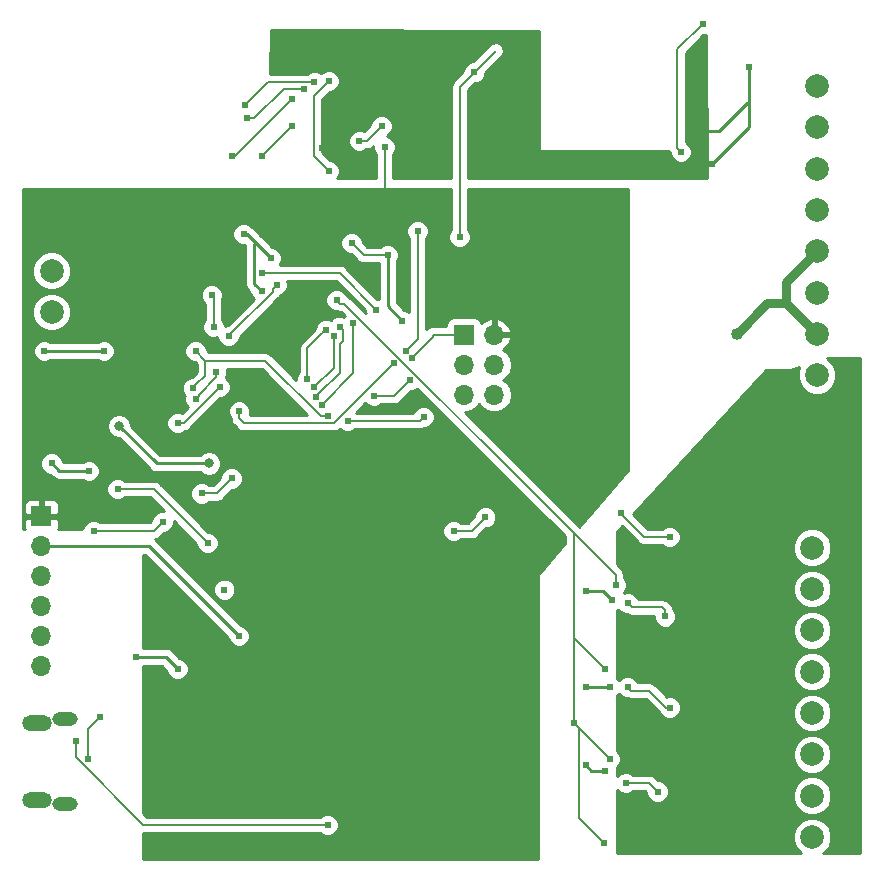
<source format=gbr>
G04 #@! TF.GenerationSoftware,KiCad,Pcbnew,(5.0.2)-1*
G04 #@! TF.CreationDate,2019-04-14T20:35:09-04:00*
G04 #@! TF.ProjectId,final_project,66696e61-6c5f-4707-926f-6a6563742e6b,rev?*
G04 #@! TF.SameCoordinates,Original*
G04 #@! TF.FileFunction,Copper,L2,Bot*
G04 #@! TF.FilePolarity,Positive*
%FSLAX46Y46*%
G04 Gerber Fmt 4.6, Leading zero omitted, Abs format (unit mm)*
G04 Created by KiCad (PCBNEW (5.0.2)-1) date 4/14/2019 8:35:09 PM*
%MOMM*%
%LPD*%
G01*
G04 APERTURE LIST*
G04 #@! TA.AperFunction,ComponentPad*
%ADD10O,2.160000X1.160000*%
G04 #@! TD*
G04 #@! TA.AperFunction,ComponentPad*
%ADD11O,2.520000X1.320000*%
G04 #@! TD*
G04 #@! TA.AperFunction,ComponentPad*
%ADD12R,1.700000X1.700000*%
G04 #@! TD*
G04 #@! TA.AperFunction,ComponentPad*
%ADD13O,1.700000X1.700000*%
G04 #@! TD*
G04 #@! TA.AperFunction,ComponentPad*
%ADD14C,0.609600*%
G04 #@! TD*
G04 #@! TA.AperFunction,ComponentPad*
%ADD15C,2.000000*%
G04 #@! TD*
G04 #@! TA.AperFunction,ViaPad*
%ADD16C,0.609600*%
G04 #@! TD*
G04 #@! TA.AperFunction,ViaPad*
%ADD17C,0.800000*%
G04 #@! TD*
G04 #@! TA.AperFunction,ViaPad*
%ADD18C,1.016000*%
G04 #@! TD*
G04 #@! TA.AperFunction,Conductor*
%ADD19C,0.254000*%
G04 #@! TD*
G04 #@! TA.AperFunction,Conductor*
%ADD20C,0.152400*%
G04 #@! TD*
G04 #@! TA.AperFunction,Conductor*
%ADD21C,0.250000*%
G04 #@! TD*
G04 #@! TA.AperFunction,Conductor*
%ADD22C,0.203200*%
G04 #@! TD*
G04 #@! TA.AperFunction,Conductor*
%ADD23C,0.762000*%
G04 #@! TD*
G04 APERTURE END LIST*
D10*
G04 #@! TO.P,J1,11*
G04 #@! TO.N,Net-(J1-Pad11)*
X128136000Y-122569000D03*
G04 #@! TO.P,J1,6*
G04 #@! TO.N,Net-(J1-Pad6)*
X128136000Y-129799000D03*
D11*
G04 #@! TO.P,J1,10*
G04 #@! TO.N,Net-(J1-Pad10)*
X125736000Y-122929000D03*
G04 #@! TO.P,J1,7*
G04 #@! TO.N,Net-(J1-Pad7)*
X125736000Y-129439000D03*
G04 #@! TD*
D12*
G04 #@! TO.P,J2,1*
G04 #@! TO.N,/D12*
X161925000Y-90060000D03*
D13*
G04 #@! TO.P,J2,2*
G04 #@! TO.N,+5V*
X164465000Y-90060000D03*
G04 #@! TO.P,J2,3*
G04 #@! TO.N,/D13*
X161925000Y-92600000D03*
G04 #@! TO.P,J2,4*
G04 #@! TO.N,/D11*
X164465000Y-92600000D03*
G04 #@! TO.P,J2,5*
G04 #@! TO.N,/RESET*
X161925000Y-95140000D03*
G04 #@! TO.P,J2,6*
G04 #@! TO.N,GND*
X164465000Y-95140000D03*
G04 #@! TD*
D12*
G04 #@! TO.P,J3,1*
G04 #@! TO.N,+5V*
X126136000Y-105424000D03*
D13*
G04 #@! TO.P,J3,2*
G04 #@! TO.N,+3V3*
X126136000Y-107964000D03*
G04 #@! TO.P,J3,3*
G04 #@! TO.N,GND*
X126136000Y-110504000D03*
G04 #@! TO.P,J3,4*
G04 #@! TO.N,/RESET*
X126136000Y-113044000D03*
G04 #@! TO.P,J3,5*
G04 #@! TO.N,/VIN*
X126136000Y-115584000D03*
G04 #@! TO.P,J3,6*
G04 #@! TO.N,Net-(J3-Pad6)*
X126136000Y-118124000D03*
G04 #@! TD*
D14*
G04 #@! TO.P,U1,33*
G04 #@! TO.N,GND*
X141632000Y-111648000D03*
G04 #@! TD*
D15*
G04 #@! TO.P,U12,1*
G04 #@! TO.N,/VIN*
X127000000Y-84650000D03*
G04 #@! TO.P,U12,2*
G04 #@! TO.N,GND*
X127000000Y-88150000D03*
G04 #@! TD*
G04 #@! TO.P,U13,8*
G04 #@! TO.N,Net-(U13-Pad1)*
X191800000Y-93500000D03*
G04 #@! TO.P,U13,7*
G04 #@! TO.N,+BATT*
X191800000Y-90000000D03*
G04 #@! TO.P,U13,6*
G04 #@! TO.N,Net-(U13-Pad1)*
X191800000Y-86500000D03*
G04 #@! TO.P,U13,5*
G04 #@! TO.N,+BATT*
X191800000Y-83000000D03*
G04 #@! TO.P,U13,4*
G04 #@! TO.N,GND*
X191800000Y-79500000D03*
G04 #@! TO.P,U13,3*
G04 #@! TO.N,Net-(U13-Pad1)*
X191800000Y-76000000D03*
G04 #@! TO.P,U13,2*
G04 #@! TO.N,GND*
X191800000Y-72500000D03*
G04 #@! TO.P,U13,1*
G04 #@! TO.N,Net-(U13-Pad1)*
X191800000Y-69000000D03*
G04 #@! TD*
G04 #@! TO.P,U14,1*
G04 #@! TO.N,/motor1a*
X191400000Y-108100000D03*
G04 #@! TO.P,U14,2*
G04 #@! TO.N,/motor1b*
X191400000Y-111600000D03*
G04 #@! TO.P,U14,3*
G04 #@! TO.N,/motor2a*
X191400000Y-115100000D03*
G04 #@! TO.P,U14,4*
G04 #@! TO.N,/motor2b*
X191400000Y-118600000D03*
G04 #@! TO.P,U14,5*
G04 #@! TO.N,/motor3a*
X191400000Y-122100000D03*
G04 #@! TO.P,U14,6*
G04 #@! TO.N,/motor3b*
X191400000Y-125600000D03*
G04 #@! TO.P,U14,7*
G04 #@! TO.N,/motor4a*
X191400000Y-129100000D03*
G04 #@! TO.P,U14,8*
G04 #@! TO.N,/motor4b*
X191400000Y-132600000D03*
G04 #@! TD*
D16*
G04 #@! TO.N,GND*
X177038000Y-130556000D03*
X176784000Y-115824000D03*
X176784000Y-108712000D03*
X176530000Y-123190000D03*
X181356000Y-131572000D03*
X181356000Y-123952000D03*
X181356000Y-110236000D03*
X181356000Y-116840000D03*
X175514000Y-130600000D03*
X175260000Y-123200000D03*
X175514000Y-115824000D03*
X175514000Y-108712000D03*
X126365000Y-91440000D03*
X131445000Y-91440000D03*
X130175000Y-101600000D03*
X127000000Y-100965000D03*
X147320000Y-72390000D03*
X144780000Y-74930000D03*
X153035000Y-73660000D03*
X154940000Y-72390000D03*
X143256000Y-81534000D03*
X145542000Y-83566000D03*
X152400000Y-82296000D03*
X155447994Y-83312000D03*
D17*
X132715000Y-97790000D03*
X140335000Y-100965000D03*
D16*
X156700000Y-88900000D03*
X130556000Y-106680000D03*
X136398000Y-105918000D03*
X144780000Y-86360000D03*
D17*
X191770000Y-98425000D03*
X193040000Y-98425000D03*
X194310000Y-98425000D03*
X194310000Y-97155000D03*
X193040000Y-97155000D03*
X191770000Y-97155000D03*
X192405000Y-95885000D03*
X193675000Y-95885000D03*
D16*
G04 #@! TO.N,+5V*
X155194000Y-74168000D03*
X130175000Y-99695000D03*
X165100000Y-123825000D03*
X151765000Y-125730000D03*
X149606000Y-104902000D03*
X145415000Y-112395000D03*
X142240000Y-106045000D03*
X138430000Y-109220000D03*
X144780000Y-99695000D03*
X147320000Y-90170000D03*
X155956000Y-81534000D03*
G04 #@! TO.N,+3V3*
X142875000Y-115570000D03*
X158750000Y-66675000D03*
X151765000Y-71755000D03*
X149860000Y-74295000D03*
X157480000Y-73660000D03*
D17*
X167600000Y-75800000D03*
D16*
X182930800Y-75615798D03*
X186029599Y-67411599D03*
G04 #@! TO.N,/VIN*
X137668000Y-118364000D03*
X134112000Y-117348000D03*
G04 #@! TO.N,Net-(C6-Pad1)*
X140208000Y-107696000D03*
X132588000Y-103124000D03*
G04 #@! TO.N,/RESET*
X150368000Y-96955000D03*
X158496000Y-97028000D03*
X139192000Y-91440000D03*
X138963589Y-94573262D03*
X152062279Y-97365721D03*
G04 #@! TO.N,Net-(C7-Pad1)*
X129032000Y-124460000D03*
X150368000Y-131572000D03*
D18*
G04 #@! TO.N,+BATT*
X185000000Y-90000000D03*
D16*
G04 #@! TO.N,Net-(D1-Pad1)*
X139700000Y-103505000D03*
X142240000Y-102235000D03*
G04 #@! TO.N,/D13*
X154305000Y-95250000D03*
X157386670Y-93886670D03*
G04 #@! TO.N,Net-(J1-Pad3)*
X131064000Y-122428000D03*
X130048000Y-125984000D03*
G04 #@! TO.N,/D12*
X157480000Y-92075000D03*
G04 #@! TO.N,/D1*
X141224000Y-94488000D03*
X137668000Y-97536000D03*
G04 #@! TO.N,/D0*
X140950888Y-93237112D03*
X139192000Y-95504000D03*
G04 #@! TO.N,Net-(R12-Pad1)*
X179324000Y-107188000D03*
X175200000Y-105200000D03*
G04 #@! TO.N,Net-(R13-Pad1)*
X179324000Y-121629799D03*
X175768000Y-119888000D03*
G04 #@! TO.N,/A6*
X174752000Y-111252000D03*
X173859800Y-118364000D03*
X174244000Y-125984000D03*
X173736000Y-133096000D03*
X171196000Y-122936000D03*
X151130000Y-87122000D03*
G04 #@! TO.N,Net-(R15-Pad1)*
X175768000Y-112776014D03*
X178943000Y-113919000D03*
G04 #@! TO.N,Net-(R16-Pad1)*
X175618200Y-128016000D03*
X178308000Y-128740400D03*
G04 #@! TO.N,/logic2_5*
X157988000Y-81280000D03*
X156972000Y-91440000D03*
X155956000Y-92456000D03*
X142875000Y-96520000D03*
G04 #@! TO.N,/logic3_5*
X149860000Y-96012000D03*
X152552567Y-89052567D03*
G04 #@! TO.N,/logic4_5*
X151384000Y-89399475D03*
X149352515Y-95301855D03*
G04 #@! TO.N,/D7*
X162792000Y-67840000D03*
X161544000Y-81788000D03*
X149255005Y-94498137D03*
X150876000Y-90170000D03*
G04 #@! TO.N,/logic5_5*
X148671872Y-93838698D03*
X150235942Y-89644434D03*
G04 #@! TO.N,/D9*
X174496251Y-112523749D03*
X172212000Y-111760000D03*
X161036000Y-106680000D03*
X163732837Y-105507163D03*
G04 #@! TO.N,/D10*
X173859800Y-126983749D03*
X172212000Y-126492000D03*
X174252251Y-119879749D03*
X172212000Y-119888000D03*
G04 #@! TO.N,/logic1_5*
X154487397Y-87939397D03*
X144780000Y-84835998D03*
G04 #@! TO.N,/logic6_5*
X146050000Y-85852000D03*
X141986000Y-90170000D03*
G04 #@! TO.N,/logic8_5*
X140716000Y-89408000D03*
X140559163Y-86711163D03*
G04 #@! TO.N,/D2*
X147336749Y-70087251D03*
X142240000Y-74930000D03*
G04 #@! TO.N,/logic1_3*
X182118000Y-63754000D03*
X180293022Y-74600000D03*
G04 #@! TO.N,/logic7_3*
X149256370Y-68675630D03*
X143416656Y-70578330D03*
G04 #@! TO.N,/logic8_3*
X148409000Y-69256630D03*
X143509996Y-71755000D03*
G04 #@! TO.N,/logic6_3*
X150495000Y-76200000D03*
X150495000Y-68580000D03*
G04 #@! TD*
D19*
G04 #@! TO.N,GND*
X181356000Y-131572000D02*
X181356000Y-123952000D01*
X181356000Y-110236000D02*
X181356000Y-116840000D01*
X181356000Y-116840000D02*
X181356000Y-123952000D01*
X181356000Y-107696000D02*
X181356000Y-110236000D01*
X186944000Y-102108000D02*
X181356000Y-107696000D01*
X181356000Y-131572000D02*
X176972000Y-131572000D01*
X176972000Y-131572000D02*
X176000000Y-130600000D01*
X181356000Y-123952000D02*
X176552000Y-123952000D01*
X176552000Y-123952000D02*
X175800000Y-123200000D01*
X181356000Y-116840000D02*
X177040000Y-116840000D01*
X177040000Y-116840000D02*
X176000000Y-115800000D01*
X181356000Y-110236000D02*
X177636000Y-110236000D01*
X177636000Y-110236000D02*
X176000000Y-108600000D01*
X126365000Y-91440000D02*
X131445000Y-91440000D01*
X127635000Y-101600000D02*
X127000000Y-100965000D01*
X130175000Y-101600000D02*
X127635000Y-101600000D01*
D20*
X147320000Y-72390000D02*
X144780000Y-74930000D01*
X153670000Y-73660000D02*
X154940000Y-72390000D01*
X153035000Y-73660000D02*
X153670000Y-73660000D01*
D19*
X143510000Y-81534000D02*
X143256000Y-81534000D01*
D20*
X153416000Y-83312000D02*
X155016942Y-83312000D01*
X155016942Y-83312000D02*
X155447994Y-83312000D01*
X152400000Y-82296000D02*
X153416000Y-83312000D01*
D21*
X135890000Y-100965000D02*
X132715000Y-97790000D01*
X140335000Y-100965000D02*
X135890000Y-100965000D01*
D19*
X155447994Y-83312000D02*
X155447994Y-87647994D01*
X155447994Y-87647994D02*
X156700000Y-88900000D01*
D22*
X135636000Y-106680000D02*
X136398000Y-105918000D01*
X130556000Y-106680000D02*
X135636000Y-106680000D01*
D19*
X144148199Y-82419801D02*
X144272000Y-82296000D01*
X144148199Y-85728199D02*
X144148199Y-82419801D01*
X144780000Y-86360000D02*
X144148199Y-85728199D01*
X145542000Y-83566000D02*
X144272000Y-82296000D01*
X144272000Y-82296000D02*
X143510000Y-81534000D01*
D20*
G04 #@! TO.N,+5V*
X155194000Y-74168000D02*
X155194000Y-80772000D01*
X155194000Y-80772000D02*
X155651201Y-81229201D01*
X155651201Y-81229201D02*
X155956000Y-81534000D01*
D19*
G04 #@! TO.N,+3V3*
X135269000Y-107964000D02*
X126136000Y-107964000D01*
X142875000Y-115570000D02*
X135269000Y-107964000D01*
D20*
X151765000Y-72390000D02*
X151765000Y-71755000D01*
X149860000Y-74295000D02*
X151765000Y-72390000D01*
D19*
X182930800Y-75615798D02*
X186029599Y-72516999D01*
X186029599Y-72516999D02*
X186029599Y-67842651D01*
X186029599Y-67842651D02*
X186029599Y-67411599D01*
X183482486Y-72854314D02*
X185915300Y-70421500D01*
X182495900Y-72854314D02*
X183482486Y-72854314D01*
X181901410Y-73448804D02*
X182495900Y-72854314D01*
X181975501Y-76311501D02*
X181901410Y-76237410D01*
X181901410Y-76237410D02*
X181901410Y-73448804D01*
G04 #@! TO.N,/VIN*
X137668000Y-118364000D02*
X136652000Y-117348000D01*
X136652000Y-117348000D02*
X134112000Y-117348000D01*
D20*
G04 #@! TO.N,Net-(C6-Pad1)*
X140208000Y-107696000D02*
X135636000Y-103124000D01*
X135636000Y-103124000D02*
X132588000Y-103124000D01*
G04 #@! TO.N,/RESET*
X140004799Y-92252799D02*
X139192000Y-91440000D01*
X145084799Y-92252799D02*
X140004799Y-92252799D01*
X150368000Y-96955000D02*
X149787000Y-96955000D01*
X149787000Y-96955000D02*
X145084799Y-92252799D01*
X140004799Y-93532052D02*
X139268388Y-94268463D01*
X139268388Y-94268463D02*
X138963589Y-94573262D01*
X140004799Y-92252799D02*
X140004799Y-93532052D01*
X158496000Y-97028000D02*
X158158279Y-97365721D01*
X152493331Y-97365721D02*
X152062279Y-97365721D01*
X158158279Y-97365721D02*
X152493331Y-97365721D01*
G04 #@! TO.N,Net-(C7-Pad1)*
X134776118Y-131572000D02*
X150368000Y-131572000D01*
X129032000Y-124460000D02*
X129032000Y-125827882D01*
X129032000Y-125827882D02*
X134776118Y-131572000D01*
D23*
G04 #@! TO.N,+BATT*
X190800001Y-89000001D02*
X191800000Y-90000000D01*
X189200000Y-87400000D02*
X190800001Y-89000001D01*
X189200000Y-85600000D02*
X189200000Y-87400000D01*
X191800000Y-83000000D02*
X189200000Y-85600000D01*
X189200000Y-87400000D02*
X187600000Y-87400000D01*
X187600000Y-87400000D02*
X185000000Y-90000000D01*
D20*
G04 #@! TO.N,Net-(D1-Pad1)*
X139700000Y-103505000D02*
X140970000Y-103505000D01*
X140970000Y-103505000D02*
X142240000Y-102235000D01*
G04 #@! TO.N,/D13*
X154305000Y-95250000D02*
X156023340Y-95250000D01*
X156023340Y-95250000D02*
X157386670Y-93886670D01*
G04 #@! TO.N,Net-(J1-Pad3)*
X131064000Y-122428000D02*
X130048000Y-123444000D01*
X130048000Y-123444000D02*
X130048000Y-125984000D01*
G04 #@! TO.N,/D12*
X159260000Y-90060000D02*
X159260000Y-90295000D01*
X159260000Y-90295000D02*
X157480000Y-92075000D01*
X161925000Y-90060000D02*
X159260000Y-90060000D01*
G04 #@! TO.N,/D1*
X141224000Y-94488000D02*
X138176000Y-97536000D01*
X138176000Y-97536000D02*
X137668000Y-97536000D01*
G04 #@! TO.N,/D0*
X140950888Y-93237112D02*
X140950888Y-93668164D01*
X140950888Y-93668164D02*
X139464789Y-95154263D01*
X139464789Y-95154263D02*
X139464789Y-95231211D01*
X139464789Y-95231211D02*
X139192000Y-95504000D01*
G04 #@! TO.N,Net-(R12-Pad1)*
X177188000Y-107188000D02*
X175504799Y-105504799D01*
X175504799Y-105504799D02*
X175200000Y-105200000D01*
X179324000Y-107188000D02*
X177188000Y-107188000D01*
G04 #@! TO.N,Net-(R13-Pad1)*
X176072799Y-120192799D02*
X175768000Y-119888000D01*
X177596799Y-120192799D02*
X176072799Y-120192799D01*
X179324000Y-121629799D02*
X179033799Y-121629799D01*
X179033799Y-121629799D02*
X177596799Y-120192799D01*
G04 #@! TO.N,/A6*
X173859800Y-118364000D02*
X171196000Y-115700200D01*
X171196000Y-115700200D02*
X171196000Y-108712000D01*
X174244000Y-125984000D02*
X171196000Y-122936000D01*
X171196000Y-122936000D02*
X171196000Y-115824000D01*
X171630999Y-123370999D02*
X171196000Y-122936000D01*
X171630999Y-130990999D02*
X171630999Y-123370999D01*
X173736000Y-133096000D02*
X171630999Y-130990999D01*
X174752000Y-111252000D02*
X174752000Y-110392118D01*
X171196000Y-108712000D02*
X171196000Y-106836118D01*
X174752000Y-110392118D02*
X171196000Y-106836118D01*
X171196000Y-115824000D02*
X171196000Y-115700200D01*
X151434799Y-87426799D02*
X151130000Y-87122000D01*
X171196000Y-106836118D02*
X151786681Y-87426799D01*
X151786681Y-87426799D02*
X151434799Y-87426799D01*
G04 #@! TO.N,Net-(R15-Pad1)*
X178943000Y-113411000D02*
X178943000Y-113919000D01*
X178689000Y-113157000D02*
X178943000Y-113411000D01*
X175768000Y-112776014D02*
X176148986Y-113157000D01*
X176148986Y-113157000D02*
X178689000Y-113157000D01*
G04 #@! TO.N,Net-(R16-Pad1)*
X177583600Y-128016000D02*
X178003201Y-128435601D01*
X178003201Y-128435601D02*
X178308000Y-128740400D01*
X175618200Y-128016000D02*
X177583600Y-128016000D01*
G04 #@! TO.N,/logic2_5*
X157988000Y-81280000D02*
X157988000Y-90424000D01*
X157988000Y-90424000D02*
X156972000Y-91440000D01*
X142875000Y-97155000D02*
X142875000Y-96951052D01*
X143256000Y-97536000D02*
X142875000Y-97155000D01*
X142875000Y-96951052D02*
X142875000Y-96520000D01*
X150876000Y-97536000D02*
X143256000Y-97536000D01*
X155956000Y-92456000D02*
X150876000Y-97536000D01*
G04 #@! TO.N,/logic3_5*
X149860000Y-96012000D02*
X152552567Y-93319433D01*
X152552567Y-93319433D02*
X152552567Y-89052567D01*
G04 #@! TO.N,/logic4_5*
X151384000Y-90885140D02*
X151384000Y-93270370D01*
X149657314Y-94997056D02*
X149352515Y-95301855D01*
X151384000Y-93270370D02*
X149657314Y-94997056D01*
X151688799Y-90580341D02*
X151384000Y-90885140D01*
X151688799Y-89704274D02*
X151688799Y-90580341D01*
X151384000Y-89399475D02*
X151688799Y-89704274D01*
G04 #@! TO.N,/D7*
X164592000Y-66040000D02*
X161544000Y-69088000D01*
X161544000Y-69088000D02*
X161544000Y-81788000D01*
X150876000Y-90601052D02*
X150876000Y-90170000D01*
X150876000Y-92877142D02*
X150876000Y-90601052D01*
X149255005Y-94498137D02*
X150876000Y-92877142D01*
G04 #@! TO.N,/logic5_5*
X148671872Y-91208504D02*
X149931143Y-89949233D01*
X148671872Y-93838698D02*
X148671872Y-91208504D01*
X149931143Y-89949233D02*
X150235942Y-89644434D01*
D19*
G04 #@! TO.N,/D9*
X174496251Y-112523749D02*
X173732502Y-111760000D01*
X173732502Y-111760000D02*
X172212000Y-111760000D01*
D20*
X162560000Y-106680000D02*
X163428038Y-105811962D01*
X161036000Y-106680000D02*
X162560000Y-106680000D01*
X163428038Y-105811962D02*
X163732837Y-105507163D01*
D19*
G04 #@! TO.N,/D10*
X173859800Y-126983749D02*
X172703749Y-126983749D01*
X172703749Y-126983749D02*
X172212000Y-126492000D01*
X174252251Y-119879749D02*
X172220251Y-119879749D01*
X172220251Y-119879749D02*
X172212000Y-119888000D01*
D20*
G04 #@! TO.N,/logic1_5*
X151383998Y-84835998D02*
X145211052Y-84835998D01*
X154487397Y-87939397D02*
X151383998Y-84835998D01*
X145211052Y-84835998D02*
X144780000Y-84835998D01*
G04 #@! TO.N,/logic6_5*
X145745201Y-86410799D02*
X142290799Y-89865201D01*
X142290799Y-89865201D02*
X141986000Y-90170000D01*
X145745201Y-86156799D02*
X145745201Y-86410799D01*
X146050000Y-85852000D02*
X145745201Y-86156799D01*
G04 #@! TO.N,/logic8_5*
X140716000Y-89408000D02*
X140716000Y-86868000D01*
X140716000Y-86868000D02*
X140559163Y-86711163D01*
G04 #@! TO.N,/D2*
X142494000Y-74930000D02*
X142240000Y-74930000D01*
X147336749Y-70087251D02*
X142494000Y-74930000D01*
G04 #@! TO.N,/logic1_3*
X179988223Y-65883777D02*
X179988223Y-74295201D01*
X179988223Y-74295201D02*
X180293022Y-74600000D01*
X182118000Y-63754000D02*
X179988223Y-65883777D01*
G04 #@! TO.N,/logic7_3*
X143721455Y-70273531D02*
X143416656Y-70578330D01*
X145319356Y-68675630D02*
X143721455Y-70273531D01*
X149256370Y-68675630D02*
X145319356Y-68675630D01*
G04 #@! TO.N,/logic8_3*
X146643370Y-69256630D02*
X144145000Y-71755000D01*
X143941048Y-71755000D02*
X143509996Y-71755000D01*
X148409000Y-69256630D02*
X146643370Y-69256630D01*
X144145000Y-71755000D02*
X143941048Y-71755000D01*
G04 #@! TO.N,/logic6_3*
X149225000Y-69850000D02*
X150495000Y-68580000D01*
X150495000Y-76200000D02*
X149225000Y-74930000D01*
X149225000Y-74930000D02*
X149225000Y-69850000D01*
G04 #@! TD*
D19*
G04 #@! TO.N,+3V3*
G36*
X168275000Y-64340288D02*
X168275000Y-74422000D01*
X168284667Y-74470601D01*
X168312197Y-74511803D01*
X168353399Y-74539333D01*
X168402000Y-74549000D01*
X179313574Y-74549000D01*
X179318288Y-74572697D01*
X179353222Y-74624980D01*
X179353222Y-74786938D01*
X179496298Y-75132354D01*
X179760668Y-75396724D01*
X180106084Y-75539800D01*
X180479960Y-75539800D01*
X180825376Y-75396724D01*
X181089746Y-75132354D01*
X181232822Y-74786938D01*
X181232822Y-74413062D01*
X181089746Y-74067646D01*
X180825376Y-73803276D01*
X180699423Y-73751105D01*
X180699423Y-66178365D01*
X182183989Y-64693800D01*
X182304938Y-64693800D01*
X182376017Y-64664358D01*
X182497723Y-76835000D01*
X162255200Y-76835000D01*
X162255200Y-69382588D01*
X162857988Y-68779800D01*
X162978938Y-68779800D01*
X163324354Y-68636724D01*
X163588724Y-68372354D01*
X163731800Y-68026938D01*
X163731800Y-67905989D01*
X165144424Y-66493365D01*
X165261935Y-66317497D01*
X165317132Y-66040000D01*
X165261935Y-65762503D01*
X165104746Y-65527254D01*
X164869497Y-65370065D01*
X164592000Y-65314868D01*
X164314503Y-65370065D01*
X164138635Y-65487576D01*
X162726011Y-66900200D01*
X162605062Y-66900200D01*
X162259646Y-67043276D01*
X161995276Y-67307646D01*
X161852200Y-67653062D01*
X161852200Y-67774012D01*
X161090634Y-68535578D01*
X161031254Y-68575255D01*
X160991578Y-68634634D01*
X160991576Y-68634636D01*
X160990181Y-68636724D01*
X160874064Y-68810505D01*
X160832800Y-69017955D01*
X160832800Y-69017959D01*
X160818868Y-69088000D01*
X160832800Y-69158041D01*
X160832801Y-76835000D01*
X155905200Y-76835000D01*
X155905200Y-74785878D01*
X155990724Y-74700354D01*
X156133800Y-74354938D01*
X156133800Y-73981062D01*
X155990724Y-73635646D01*
X155726354Y-73371276D01*
X155380938Y-73228200D01*
X155372222Y-73228200D01*
X155472354Y-73186724D01*
X155736724Y-72922354D01*
X155879800Y-72576938D01*
X155879800Y-72203062D01*
X155736724Y-71857646D01*
X155472354Y-71593276D01*
X155126938Y-71450200D01*
X154753062Y-71450200D01*
X154407646Y-71593276D01*
X154143276Y-71857646D01*
X154000200Y-72203062D01*
X154000200Y-72324011D01*
X153492105Y-72832107D01*
X153221938Y-72720200D01*
X152848062Y-72720200D01*
X152502646Y-72863276D01*
X152238276Y-73127646D01*
X152095200Y-73473062D01*
X152095200Y-73846938D01*
X152238276Y-74192354D01*
X152502646Y-74456724D01*
X152848062Y-74599800D01*
X153221938Y-74599800D01*
X153567354Y-74456724D01*
X153644098Y-74379980D01*
X153670000Y-74385132D01*
X153740041Y-74371200D01*
X153740046Y-74371200D01*
X153947496Y-74329936D01*
X154182746Y-74172746D01*
X154222424Y-74113364D01*
X154254200Y-74081588D01*
X154254200Y-74354938D01*
X154397276Y-74700354D01*
X154482800Y-74785878D01*
X154482800Y-76835000D01*
X151189078Y-76835000D01*
X151291724Y-76732354D01*
X151434800Y-76386938D01*
X151434800Y-76013062D01*
X151291724Y-75667646D01*
X151027354Y-75403276D01*
X150681938Y-75260200D01*
X150560989Y-75260200D01*
X149936200Y-74635412D01*
X149936200Y-70144588D01*
X150560989Y-69519800D01*
X150681938Y-69519800D01*
X151027354Y-69376724D01*
X151291724Y-69112354D01*
X151434800Y-68766938D01*
X151434800Y-68393062D01*
X151291724Y-68047646D01*
X151027354Y-67783276D01*
X150681938Y-67640200D01*
X150308062Y-67640200D01*
X149962646Y-67783276D01*
X149827870Y-67918052D01*
X149788724Y-67878906D01*
X149443308Y-67735830D01*
X149069432Y-67735830D01*
X148724016Y-67878906D01*
X148638492Y-67964430D01*
X145504092Y-67964430D01*
X145540745Y-64262431D01*
X168275000Y-64340288D01*
X168275000Y-64340288D01*
G37*
X168275000Y-64340288D02*
X168275000Y-74422000D01*
X168284667Y-74470601D01*
X168312197Y-74511803D01*
X168353399Y-74539333D01*
X168402000Y-74549000D01*
X179313574Y-74549000D01*
X179318288Y-74572697D01*
X179353222Y-74624980D01*
X179353222Y-74786938D01*
X179496298Y-75132354D01*
X179760668Y-75396724D01*
X180106084Y-75539800D01*
X180479960Y-75539800D01*
X180825376Y-75396724D01*
X181089746Y-75132354D01*
X181232822Y-74786938D01*
X181232822Y-74413062D01*
X181089746Y-74067646D01*
X180825376Y-73803276D01*
X180699423Y-73751105D01*
X180699423Y-66178365D01*
X182183989Y-64693800D01*
X182304938Y-64693800D01*
X182376017Y-64664358D01*
X182497723Y-76835000D01*
X162255200Y-76835000D01*
X162255200Y-69382588D01*
X162857988Y-68779800D01*
X162978938Y-68779800D01*
X163324354Y-68636724D01*
X163588724Y-68372354D01*
X163731800Y-68026938D01*
X163731800Y-67905989D01*
X165144424Y-66493365D01*
X165261935Y-66317497D01*
X165317132Y-66040000D01*
X165261935Y-65762503D01*
X165104746Y-65527254D01*
X164869497Y-65370065D01*
X164592000Y-65314868D01*
X164314503Y-65370065D01*
X164138635Y-65487576D01*
X162726011Y-66900200D01*
X162605062Y-66900200D01*
X162259646Y-67043276D01*
X161995276Y-67307646D01*
X161852200Y-67653062D01*
X161852200Y-67774012D01*
X161090634Y-68535578D01*
X161031254Y-68575255D01*
X160991578Y-68634634D01*
X160991576Y-68634636D01*
X160990181Y-68636724D01*
X160874064Y-68810505D01*
X160832800Y-69017955D01*
X160832800Y-69017959D01*
X160818868Y-69088000D01*
X160832800Y-69158041D01*
X160832801Y-76835000D01*
X155905200Y-76835000D01*
X155905200Y-74785878D01*
X155990724Y-74700354D01*
X156133800Y-74354938D01*
X156133800Y-73981062D01*
X155990724Y-73635646D01*
X155726354Y-73371276D01*
X155380938Y-73228200D01*
X155372222Y-73228200D01*
X155472354Y-73186724D01*
X155736724Y-72922354D01*
X155879800Y-72576938D01*
X155879800Y-72203062D01*
X155736724Y-71857646D01*
X155472354Y-71593276D01*
X155126938Y-71450200D01*
X154753062Y-71450200D01*
X154407646Y-71593276D01*
X154143276Y-71857646D01*
X154000200Y-72203062D01*
X154000200Y-72324011D01*
X153492105Y-72832107D01*
X153221938Y-72720200D01*
X152848062Y-72720200D01*
X152502646Y-72863276D01*
X152238276Y-73127646D01*
X152095200Y-73473062D01*
X152095200Y-73846938D01*
X152238276Y-74192354D01*
X152502646Y-74456724D01*
X152848062Y-74599800D01*
X153221938Y-74599800D01*
X153567354Y-74456724D01*
X153644098Y-74379980D01*
X153670000Y-74385132D01*
X153740041Y-74371200D01*
X153740046Y-74371200D01*
X153947496Y-74329936D01*
X154182746Y-74172746D01*
X154222424Y-74113364D01*
X154254200Y-74081588D01*
X154254200Y-74354938D01*
X154397276Y-74700354D01*
X154482800Y-74785878D01*
X154482800Y-76835000D01*
X151189078Y-76835000D01*
X151291724Y-76732354D01*
X151434800Y-76386938D01*
X151434800Y-76013062D01*
X151291724Y-75667646D01*
X151027354Y-75403276D01*
X150681938Y-75260200D01*
X150560989Y-75260200D01*
X149936200Y-74635412D01*
X149936200Y-70144588D01*
X150560989Y-69519800D01*
X150681938Y-69519800D01*
X151027354Y-69376724D01*
X151291724Y-69112354D01*
X151434800Y-68766938D01*
X151434800Y-68393062D01*
X151291724Y-68047646D01*
X151027354Y-67783276D01*
X150681938Y-67640200D01*
X150308062Y-67640200D01*
X149962646Y-67783276D01*
X149827870Y-67918052D01*
X149788724Y-67878906D01*
X149443308Y-67735830D01*
X149069432Y-67735830D01*
X148724016Y-67878906D01*
X148638492Y-67964430D01*
X145504092Y-67964430D01*
X145540745Y-64262431D01*
X168275000Y-64340288D01*
G04 #@! TO.N,GND*
G36*
X195453000Y-133985000D02*
X192327239Y-133985000D01*
X192786086Y-133526153D01*
X193035000Y-132925222D01*
X193035000Y-132274778D01*
X192786086Y-131673847D01*
X192326153Y-131213914D01*
X191725222Y-130965000D01*
X191074778Y-130965000D01*
X190473847Y-131213914D01*
X190013914Y-131673847D01*
X189765000Y-132274778D01*
X189765000Y-132925222D01*
X190013914Y-133526153D01*
X190472761Y-133985000D01*
X174879000Y-133985000D01*
X174879000Y-128605878D01*
X175085846Y-128812724D01*
X175431262Y-128955800D01*
X175805138Y-128955800D01*
X176150554Y-128812724D01*
X176236078Y-128727200D01*
X177289012Y-128727200D01*
X177368200Y-128806388D01*
X177368200Y-128927338D01*
X177511276Y-129272754D01*
X177775646Y-129537124D01*
X178121062Y-129680200D01*
X178494938Y-129680200D01*
X178840354Y-129537124D01*
X179104724Y-129272754D01*
X179247800Y-128927338D01*
X179247800Y-128774778D01*
X189765000Y-128774778D01*
X189765000Y-129425222D01*
X190013914Y-130026153D01*
X190473847Y-130486086D01*
X191074778Y-130735000D01*
X191725222Y-130735000D01*
X192326153Y-130486086D01*
X192786086Y-130026153D01*
X193035000Y-129425222D01*
X193035000Y-128774778D01*
X192786086Y-128173847D01*
X192326153Y-127713914D01*
X191725222Y-127465000D01*
X191074778Y-127465000D01*
X190473847Y-127713914D01*
X190013914Y-128173847D01*
X189765000Y-128774778D01*
X179247800Y-128774778D01*
X179247800Y-128553462D01*
X179104724Y-128208046D01*
X178840354Y-127943676D01*
X178494938Y-127800600D01*
X178373988Y-127800600D01*
X178136024Y-127562636D01*
X178096346Y-127503254D01*
X177861096Y-127346064D01*
X177653646Y-127304800D01*
X177653641Y-127304800D01*
X177583600Y-127290868D01*
X177513559Y-127304800D01*
X176236078Y-127304800D01*
X176150554Y-127219276D01*
X175805138Y-127076200D01*
X175431262Y-127076200D01*
X175085846Y-127219276D01*
X174879000Y-127426122D01*
X174879000Y-126678078D01*
X175040724Y-126516354D01*
X175183800Y-126170938D01*
X175183800Y-125797062D01*
X175040724Y-125451646D01*
X174879000Y-125289922D01*
X174879000Y-125274778D01*
X189765000Y-125274778D01*
X189765000Y-125925222D01*
X190013914Y-126526153D01*
X190473847Y-126986086D01*
X191074778Y-127235000D01*
X191725222Y-127235000D01*
X192326153Y-126986086D01*
X192786086Y-126526153D01*
X193035000Y-125925222D01*
X193035000Y-125274778D01*
X192786086Y-124673847D01*
X192326153Y-124213914D01*
X191725222Y-123965000D01*
X191074778Y-123965000D01*
X190473847Y-124213914D01*
X190013914Y-124673847D01*
X189765000Y-125274778D01*
X174879000Y-125274778D01*
X174879000Y-120582078D01*
X175006000Y-120455078D01*
X175235646Y-120684724D01*
X175581062Y-120827800D01*
X175743019Y-120827800D01*
X175795303Y-120862735D01*
X176002753Y-120903999D01*
X176002757Y-120903999D01*
X176072799Y-120917931D01*
X176142841Y-120903999D01*
X177302211Y-120903999D01*
X178481377Y-122083166D01*
X178516057Y-122135068D01*
X178527276Y-122162153D01*
X178791646Y-122426523D01*
X179137062Y-122569599D01*
X179510938Y-122569599D01*
X179856354Y-122426523D01*
X180120724Y-122162153D01*
X180263800Y-121816737D01*
X180263800Y-121774778D01*
X189765000Y-121774778D01*
X189765000Y-122425222D01*
X190013914Y-123026153D01*
X190473847Y-123486086D01*
X191074778Y-123735000D01*
X191725222Y-123735000D01*
X192326153Y-123486086D01*
X192786086Y-123026153D01*
X193035000Y-122425222D01*
X193035000Y-121774778D01*
X192786086Y-121173847D01*
X192326153Y-120713914D01*
X191725222Y-120465000D01*
X191074778Y-120465000D01*
X190473847Y-120713914D01*
X190013914Y-121173847D01*
X189765000Y-121774778D01*
X180263800Y-121774778D01*
X180263800Y-121442861D01*
X180120724Y-121097445D01*
X179856354Y-120833075D01*
X179510938Y-120689999D01*
X179137062Y-120689999D01*
X179110705Y-120700916D01*
X178149223Y-119739435D01*
X178109545Y-119680053D01*
X177874295Y-119522863D01*
X177666845Y-119481599D01*
X177666840Y-119481599D01*
X177596799Y-119467667D01*
X177526758Y-119481599D01*
X176616895Y-119481599D01*
X176564724Y-119355646D01*
X176300354Y-119091276D01*
X175954938Y-118948200D01*
X175581062Y-118948200D01*
X175235646Y-119091276D01*
X175014251Y-119312671D01*
X174879000Y-119177420D01*
X174879000Y-118274778D01*
X189765000Y-118274778D01*
X189765000Y-118925222D01*
X190013914Y-119526153D01*
X190473847Y-119986086D01*
X191074778Y-120235000D01*
X191725222Y-120235000D01*
X192326153Y-119986086D01*
X192786086Y-119526153D01*
X193035000Y-118925222D01*
X193035000Y-118274778D01*
X192786086Y-117673847D01*
X192326153Y-117213914D01*
X191725222Y-116965000D01*
X191074778Y-116965000D01*
X190473847Y-117213914D01*
X190013914Y-117673847D01*
X189765000Y-118274778D01*
X174879000Y-118274778D01*
X174879000Y-113382442D01*
X174996627Y-113333719D01*
X175235646Y-113572738D01*
X175581062Y-113715814D01*
X175705185Y-113715814D01*
X175871490Y-113826936D01*
X176078940Y-113868200D01*
X176078944Y-113868200D01*
X176148986Y-113882132D01*
X176219028Y-113868200D01*
X178003200Y-113868200D01*
X178003200Y-114105938D01*
X178146276Y-114451354D01*
X178410646Y-114715724D01*
X178756062Y-114858800D01*
X179129938Y-114858800D01*
X179332785Y-114774778D01*
X189765000Y-114774778D01*
X189765000Y-115425222D01*
X190013914Y-116026153D01*
X190473847Y-116486086D01*
X191074778Y-116735000D01*
X191725222Y-116735000D01*
X192326153Y-116486086D01*
X192786086Y-116026153D01*
X193035000Y-115425222D01*
X193035000Y-114774778D01*
X192786086Y-114173847D01*
X192326153Y-113713914D01*
X191725222Y-113465000D01*
X191074778Y-113465000D01*
X190473847Y-113713914D01*
X190013914Y-114173847D01*
X189765000Y-114774778D01*
X179332785Y-114774778D01*
X179475354Y-114715724D01*
X179739724Y-114451354D01*
X179882800Y-114105938D01*
X179882800Y-113732062D01*
X179739724Y-113386646D01*
X179644310Y-113291232D01*
X179612936Y-113133504D01*
X179559485Y-113053510D01*
X179495424Y-112957636D01*
X179495422Y-112957634D01*
X179455745Y-112898254D01*
X179396366Y-112858578D01*
X179241424Y-112703636D01*
X179201746Y-112644254D01*
X178966496Y-112487064D01*
X178759046Y-112445800D01*
X178759041Y-112445800D01*
X178689000Y-112431868D01*
X178618959Y-112445800D01*
X176648453Y-112445800D01*
X176564724Y-112243660D01*
X176300354Y-111979290D01*
X175954938Y-111836214D01*
X175581062Y-111836214D01*
X175437327Y-111895751D01*
X175548724Y-111784354D01*
X175691800Y-111438938D01*
X175691800Y-111274778D01*
X189765000Y-111274778D01*
X189765000Y-111925222D01*
X190013914Y-112526153D01*
X190473847Y-112986086D01*
X191074778Y-113235000D01*
X191725222Y-113235000D01*
X192326153Y-112986086D01*
X192786086Y-112526153D01*
X193035000Y-111925222D01*
X193035000Y-111274778D01*
X192786086Y-110673847D01*
X192326153Y-110213914D01*
X191725222Y-109965000D01*
X191074778Y-109965000D01*
X190473847Y-110213914D01*
X190013914Y-110673847D01*
X189765000Y-111274778D01*
X175691800Y-111274778D01*
X175691800Y-111065062D01*
X175548724Y-110719646D01*
X175463200Y-110634122D01*
X175463200Y-110462159D01*
X175477132Y-110392117D01*
X175463200Y-110322075D01*
X175463200Y-110322072D01*
X175421936Y-110114622D01*
X175421935Y-110114620D01*
X175304424Y-109938753D01*
X175304422Y-109938751D01*
X175264746Y-109879372D01*
X175205367Y-109839696D01*
X174879000Y-109513329D01*
X174879000Y-106729768D01*
X175285240Y-106291028D01*
X176635578Y-107641367D01*
X176675254Y-107700746D01*
X176734633Y-107740422D01*
X176734635Y-107740424D01*
X176850336Y-107817733D01*
X176910504Y-107857936D01*
X177117954Y-107899200D01*
X177117958Y-107899200D01*
X177188000Y-107913132D01*
X177258042Y-107899200D01*
X178706122Y-107899200D01*
X178791646Y-107984724D01*
X179137062Y-108127800D01*
X179510938Y-108127800D01*
X179856354Y-107984724D01*
X180066300Y-107774778D01*
X189765000Y-107774778D01*
X189765000Y-108425222D01*
X190013914Y-109026153D01*
X190473847Y-109486086D01*
X191074778Y-109735000D01*
X191725222Y-109735000D01*
X192326153Y-109486086D01*
X192786086Y-109026153D01*
X193035000Y-108425222D01*
X193035000Y-107774778D01*
X192786086Y-107173847D01*
X192326153Y-106713914D01*
X191725222Y-106465000D01*
X191074778Y-106465000D01*
X190473847Y-106713914D01*
X190013914Y-107173847D01*
X189765000Y-107774778D01*
X180066300Y-107774778D01*
X180120724Y-107720354D01*
X180263800Y-107374938D01*
X180263800Y-107001062D01*
X180120724Y-106655646D01*
X179856354Y-106391276D01*
X179510938Y-106248200D01*
X179137062Y-106248200D01*
X178791646Y-106391276D01*
X178706122Y-106476800D01*
X177482589Y-106476800D01*
X176252344Y-105246556D01*
X187507489Y-93091000D01*
X189484000Y-93091000D01*
X189524161Y-93084483D01*
X190311048Y-92822187D01*
X190165000Y-93174778D01*
X190165000Y-93825222D01*
X190413914Y-94426153D01*
X190873847Y-94886086D01*
X191474778Y-95135000D01*
X192125222Y-95135000D01*
X192726153Y-94886086D01*
X193186086Y-94426153D01*
X193435000Y-93825222D01*
X193435000Y-93174778D01*
X193186086Y-92573847D01*
X192726153Y-92113914D01*
X192632206Y-92075000D01*
X195453000Y-92075000D01*
X195453000Y-133985000D01*
X195453000Y-133985000D01*
G37*
X195453000Y-133985000D02*
X192327239Y-133985000D01*
X192786086Y-133526153D01*
X193035000Y-132925222D01*
X193035000Y-132274778D01*
X192786086Y-131673847D01*
X192326153Y-131213914D01*
X191725222Y-130965000D01*
X191074778Y-130965000D01*
X190473847Y-131213914D01*
X190013914Y-131673847D01*
X189765000Y-132274778D01*
X189765000Y-132925222D01*
X190013914Y-133526153D01*
X190472761Y-133985000D01*
X174879000Y-133985000D01*
X174879000Y-128605878D01*
X175085846Y-128812724D01*
X175431262Y-128955800D01*
X175805138Y-128955800D01*
X176150554Y-128812724D01*
X176236078Y-128727200D01*
X177289012Y-128727200D01*
X177368200Y-128806388D01*
X177368200Y-128927338D01*
X177511276Y-129272754D01*
X177775646Y-129537124D01*
X178121062Y-129680200D01*
X178494938Y-129680200D01*
X178840354Y-129537124D01*
X179104724Y-129272754D01*
X179247800Y-128927338D01*
X179247800Y-128774778D01*
X189765000Y-128774778D01*
X189765000Y-129425222D01*
X190013914Y-130026153D01*
X190473847Y-130486086D01*
X191074778Y-130735000D01*
X191725222Y-130735000D01*
X192326153Y-130486086D01*
X192786086Y-130026153D01*
X193035000Y-129425222D01*
X193035000Y-128774778D01*
X192786086Y-128173847D01*
X192326153Y-127713914D01*
X191725222Y-127465000D01*
X191074778Y-127465000D01*
X190473847Y-127713914D01*
X190013914Y-128173847D01*
X189765000Y-128774778D01*
X179247800Y-128774778D01*
X179247800Y-128553462D01*
X179104724Y-128208046D01*
X178840354Y-127943676D01*
X178494938Y-127800600D01*
X178373988Y-127800600D01*
X178136024Y-127562636D01*
X178096346Y-127503254D01*
X177861096Y-127346064D01*
X177653646Y-127304800D01*
X177653641Y-127304800D01*
X177583600Y-127290868D01*
X177513559Y-127304800D01*
X176236078Y-127304800D01*
X176150554Y-127219276D01*
X175805138Y-127076200D01*
X175431262Y-127076200D01*
X175085846Y-127219276D01*
X174879000Y-127426122D01*
X174879000Y-126678078D01*
X175040724Y-126516354D01*
X175183800Y-126170938D01*
X175183800Y-125797062D01*
X175040724Y-125451646D01*
X174879000Y-125289922D01*
X174879000Y-125274778D01*
X189765000Y-125274778D01*
X189765000Y-125925222D01*
X190013914Y-126526153D01*
X190473847Y-126986086D01*
X191074778Y-127235000D01*
X191725222Y-127235000D01*
X192326153Y-126986086D01*
X192786086Y-126526153D01*
X193035000Y-125925222D01*
X193035000Y-125274778D01*
X192786086Y-124673847D01*
X192326153Y-124213914D01*
X191725222Y-123965000D01*
X191074778Y-123965000D01*
X190473847Y-124213914D01*
X190013914Y-124673847D01*
X189765000Y-125274778D01*
X174879000Y-125274778D01*
X174879000Y-120582078D01*
X175006000Y-120455078D01*
X175235646Y-120684724D01*
X175581062Y-120827800D01*
X175743019Y-120827800D01*
X175795303Y-120862735D01*
X176002753Y-120903999D01*
X176002757Y-120903999D01*
X176072799Y-120917931D01*
X176142841Y-120903999D01*
X177302211Y-120903999D01*
X178481377Y-122083166D01*
X178516057Y-122135068D01*
X178527276Y-122162153D01*
X178791646Y-122426523D01*
X179137062Y-122569599D01*
X179510938Y-122569599D01*
X179856354Y-122426523D01*
X180120724Y-122162153D01*
X180263800Y-121816737D01*
X180263800Y-121774778D01*
X189765000Y-121774778D01*
X189765000Y-122425222D01*
X190013914Y-123026153D01*
X190473847Y-123486086D01*
X191074778Y-123735000D01*
X191725222Y-123735000D01*
X192326153Y-123486086D01*
X192786086Y-123026153D01*
X193035000Y-122425222D01*
X193035000Y-121774778D01*
X192786086Y-121173847D01*
X192326153Y-120713914D01*
X191725222Y-120465000D01*
X191074778Y-120465000D01*
X190473847Y-120713914D01*
X190013914Y-121173847D01*
X189765000Y-121774778D01*
X180263800Y-121774778D01*
X180263800Y-121442861D01*
X180120724Y-121097445D01*
X179856354Y-120833075D01*
X179510938Y-120689999D01*
X179137062Y-120689999D01*
X179110705Y-120700916D01*
X178149223Y-119739435D01*
X178109545Y-119680053D01*
X177874295Y-119522863D01*
X177666845Y-119481599D01*
X177666840Y-119481599D01*
X177596799Y-119467667D01*
X177526758Y-119481599D01*
X176616895Y-119481599D01*
X176564724Y-119355646D01*
X176300354Y-119091276D01*
X175954938Y-118948200D01*
X175581062Y-118948200D01*
X175235646Y-119091276D01*
X175014251Y-119312671D01*
X174879000Y-119177420D01*
X174879000Y-118274778D01*
X189765000Y-118274778D01*
X189765000Y-118925222D01*
X190013914Y-119526153D01*
X190473847Y-119986086D01*
X191074778Y-120235000D01*
X191725222Y-120235000D01*
X192326153Y-119986086D01*
X192786086Y-119526153D01*
X193035000Y-118925222D01*
X193035000Y-118274778D01*
X192786086Y-117673847D01*
X192326153Y-117213914D01*
X191725222Y-116965000D01*
X191074778Y-116965000D01*
X190473847Y-117213914D01*
X190013914Y-117673847D01*
X189765000Y-118274778D01*
X174879000Y-118274778D01*
X174879000Y-113382442D01*
X174996627Y-113333719D01*
X175235646Y-113572738D01*
X175581062Y-113715814D01*
X175705185Y-113715814D01*
X175871490Y-113826936D01*
X176078940Y-113868200D01*
X176078944Y-113868200D01*
X176148986Y-113882132D01*
X176219028Y-113868200D01*
X178003200Y-113868200D01*
X178003200Y-114105938D01*
X178146276Y-114451354D01*
X178410646Y-114715724D01*
X178756062Y-114858800D01*
X179129938Y-114858800D01*
X179332785Y-114774778D01*
X189765000Y-114774778D01*
X189765000Y-115425222D01*
X190013914Y-116026153D01*
X190473847Y-116486086D01*
X191074778Y-116735000D01*
X191725222Y-116735000D01*
X192326153Y-116486086D01*
X192786086Y-116026153D01*
X193035000Y-115425222D01*
X193035000Y-114774778D01*
X192786086Y-114173847D01*
X192326153Y-113713914D01*
X191725222Y-113465000D01*
X191074778Y-113465000D01*
X190473847Y-113713914D01*
X190013914Y-114173847D01*
X189765000Y-114774778D01*
X179332785Y-114774778D01*
X179475354Y-114715724D01*
X179739724Y-114451354D01*
X179882800Y-114105938D01*
X179882800Y-113732062D01*
X179739724Y-113386646D01*
X179644310Y-113291232D01*
X179612936Y-113133504D01*
X179559485Y-113053510D01*
X179495424Y-112957636D01*
X179495422Y-112957634D01*
X179455745Y-112898254D01*
X179396366Y-112858578D01*
X179241424Y-112703636D01*
X179201746Y-112644254D01*
X178966496Y-112487064D01*
X178759046Y-112445800D01*
X178759041Y-112445800D01*
X178689000Y-112431868D01*
X178618959Y-112445800D01*
X176648453Y-112445800D01*
X176564724Y-112243660D01*
X176300354Y-111979290D01*
X175954938Y-111836214D01*
X175581062Y-111836214D01*
X175437327Y-111895751D01*
X175548724Y-111784354D01*
X175691800Y-111438938D01*
X175691800Y-111274778D01*
X189765000Y-111274778D01*
X189765000Y-111925222D01*
X190013914Y-112526153D01*
X190473847Y-112986086D01*
X191074778Y-113235000D01*
X191725222Y-113235000D01*
X192326153Y-112986086D01*
X192786086Y-112526153D01*
X193035000Y-111925222D01*
X193035000Y-111274778D01*
X192786086Y-110673847D01*
X192326153Y-110213914D01*
X191725222Y-109965000D01*
X191074778Y-109965000D01*
X190473847Y-110213914D01*
X190013914Y-110673847D01*
X189765000Y-111274778D01*
X175691800Y-111274778D01*
X175691800Y-111065062D01*
X175548724Y-110719646D01*
X175463200Y-110634122D01*
X175463200Y-110462159D01*
X175477132Y-110392117D01*
X175463200Y-110322075D01*
X175463200Y-110322072D01*
X175421936Y-110114622D01*
X175421935Y-110114620D01*
X175304424Y-109938753D01*
X175304422Y-109938751D01*
X175264746Y-109879372D01*
X175205367Y-109839696D01*
X174879000Y-109513329D01*
X174879000Y-106729768D01*
X175285240Y-106291028D01*
X176635578Y-107641367D01*
X176675254Y-107700746D01*
X176734633Y-107740422D01*
X176734635Y-107740424D01*
X176850336Y-107817733D01*
X176910504Y-107857936D01*
X177117954Y-107899200D01*
X177117958Y-107899200D01*
X177188000Y-107913132D01*
X177258042Y-107899200D01*
X178706122Y-107899200D01*
X178791646Y-107984724D01*
X179137062Y-108127800D01*
X179510938Y-108127800D01*
X179856354Y-107984724D01*
X180066300Y-107774778D01*
X189765000Y-107774778D01*
X189765000Y-108425222D01*
X190013914Y-109026153D01*
X190473847Y-109486086D01*
X191074778Y-109735000D01*
X191725222Y-109735000D01*
X192326153Y-109486086D01*
X192786086Y-109026153D01*
X193035000Y-108425222D01*
X193035000Y-107774778D01*
X192786086Y-107173847D01*
X192326153Y-106713914D01*
X191725222Y-106465000D01*
X191074778Y-106465000D01*
X190473847Y-106713914D01*
X190013914Y-107173847D01*
X189765000Y-107774778D01*
X180066300Y-107774778D01*
X180120724Y-107720354D01*
X180263800Y-107374938D01*
X180263800Y-107001062D01*
X180120724Y-106655646D01*
X179856354Y-106391276D01*
X179510938Y-106248200D01*
X179137062Y-106248200D01*
X178791646Y-106391276D01*
X178706122Y-106476800D01*
X177482589Y-106476800D01*
X176252344Y-105246556D01*
X187507489Y-93091000D01*
X189484000Y-93091000D01*
X189524161Y-93084483D01*
X190311048Y-92822187D01*
X190165000Y-93174778D01*
X190165000Y-93825222D01*
X190413914Y-94426153D01*
X190873847Y-94886086D01*
X191474778Y-95135000D01*
X192125222Y-95135000D01*
X192726153Y-94886086D01*
X193186086Y-94426153D01*
X193435000Y-93825222D01*
X193435000Y-93174778D01*
X193186086Y-92573847D01*
X192726153Y-92113914D01*
X192632206Y-92075000D01*
X195453000Y-92075000D01*
X195453000Y-133985000D01*
G04 #@! TO.N,+5V*
G36*
X160832801Y-81170121D02*
X160747276Y-81255646D01*
X160604200Y-81601062D01*
X160604200Y-81974938D01*
X160747276Y-82320354D01*
X161011646Y-82584724D01*
X161357062Y-82727800D01*
X161730938Y-82727800D01*
X162076354Y-82584724D01*
X162340724Y-82320354D01*
X162483800Y-81974938D01*
X162483800Y-81601062D01*
X162340724Y-81255646D01*
X162255200Y-81170122D01*
X162255200Y-77724000D01*
X175768000Y-77724000D01*
X175768000Y-101553019D01*
X171689912Y-106310788D01*
X171649367Y-106283696D01*
X161990670Y-96625000D01*
X162071256Y-96625000D01*
X162504418Y-96538839D01*
X162995625Y-96210625D01*
X163195000Y-95912239D01*
X163394375Y-96210625D01*
X163885582Y-96538839D01*
X164318744Y-96625000D01*
X164611256Y-96625000D01*
X165044418Y-96538839D01*
X165535625Y-96210625D01*
X165863839Y-95719418D01*
X165979092Y-95140000D01*
X165863839Y-94560582D01*
X165535625Y-94069375D01*
X165237239Y-93870000D01*
X165535625Y-93670625D01*
X165863839Y-93179418D01*
X165979092Y-92600000D01*
X165863839Y-92020582D01*
X165535625Y-91529375D01*
X165216522Y-91316157D01*
X165346358Y-91255183D01*
X165736645Y-90826924D01*
X165906476Y-90416890D01*
X165785155Y-90187000D01*
X164592000Y-90187000D01*
X164592000Y-90207000D01*
X164338000Y-90207000D01*
X164338000Y-90187000D01*
X164318000Y-90187000D01*
X164318000Y-89933000D01*
X164338000Y-89933000D01*
X164338000Y-88739181D01*
X164592000Y-88739181D01*
X164592000Y-89933000D01*
X165785155Y-89933000D01*
X165906476Y-89703110D01*
X165736645Y-89293076D01*
X165346358Y-88864817D01*
X164821892Y-88618514D01*
X164592000Y-88739181D01*
X164338000Y-88739181D01*
X164108108Y-88618514D01*
X163583642Y-88864817D01*
X163394961Y-89071855D01*
X163373157Y-88962235D01*
X163232809Y-88752191D01*
X163022765Y-88611843D01*
X162775000Y-88562560D01*
X161075000Y-88562560D01*
X160827235Y-88611843D01*
X160617191Y-88752191D01*
X160476843Y-88962235D01*
X160427560Y-89210000D01*
X160427560Y-89348800D01*
X159330046Y-89348800D01*
X159260000Y-89334867D01*
X159189954Y-89348800D01*
X158982504Y-89390064D01*
X158747254Y-89547254D01*
X158699200Y-89619171D01*
X158699200Y-81897878D01*
X158784724Y-81812354D01*
X158927800Y-81466938D01*
X158927800Y-81093062D01*
X158784724Y-80747646D01*
X158520354Y-80483276D01*
X158174938Y-80340200D01*
X157801062Y-80340200D01*
X157455646Y-80483276D01*
X157191276Y-80747646D01*
X157048200Y-81093062D01*
X157048200Y-81466938D01*
X157191276Y-81812354D01*
X157276800Y-81897878D01*
X157276801Y-88147723D01*
X157232354Y-88103276D01*
X156886938Y-87960200D01*
X156837831Y-87960200D01*
X156209994Y-87332364D01*
X156209994Y-83879078D01*
X156244718Y-83844354D01*
X156387794Y-83498938D01*
X156387794Y-83125062D01*
X156244718Y-82779646D01*
X155980348Y-82515276D01*
X155634932Y-82372200D01*
X155261056Y-82372200D01*
X154915640Y-82515276D01*
X154830116Y-82600800D01*
X153710589Y-82600800D01*
X153339800Y-82230012D01*
X153339800Y-82109062D01*
X153196724Y-81763646D01*
X152932354Y-81499276D01*
X152586938Y-81356200D01*
X152213062Y-81356200D01*
X151867646Y-81499276D01*
X151603276Y-81763646D01*
X151460200Y-82109062D01*
X151460200Y-82482938D01*
X151603276Y-82828354D01*
X151867646Y-83092724D01*
X152213062Y-83235800D01*
X152334012Y-83235800D01*
X152863578Y-83765367D01*
X152903254Y-83824746D01*
X152962633Y-83864422D01*
X152962635Y-83864424D01*
X153078336Y-83941733D01*
X153138504Y-83981936D01*
X153345954Y-84023200D01*
X153345958Y-84023200D01*
X153416000Y-84037132D01*
X153486041Y-84023200D01*
X154685994Y-84023200D01*
X154685995Y-87004427D01*
X154674335Y-86999597D01*
X154553386Y-86999597D01*
X151936422Y-84382634D01*
X151896744Y-84323252D01*
X151661494Y-84166062D01*
X151454044Y-84124798D01*
X151454039Y-84124798D01*
X151383998Y-84110866D01*
X151313957Y-84124798D01*
X146312280Y-84124798D01*
X146338724Y-84098354D01*
X146481800Y-83752938D01*
X146481800Y-83379062D01*
X146338724Y-83033646D01*
X146074354Y-82769276D01*
X145728938Y-82626200D01*
X145679831Y-82626200D01*
X144863884Y-81810254D01*
X144863882Y-81810251D01*
X144863881Y-81810250D01*
X144821371Y-81746629D01*
X144757750Y-81704119D01*
X144101883Y-81048253D01*
X144059371Y-80984629D01*
X143988056Y-80936978D01*
X143788354Y-80737276D01*
X143442938Y-80594200D01*
X143069062Y-80594200D01*
X142723646Y-80737276D01*
X142459276Y-81001646D01*
X142316200Y-81347062D01*
X142316200Y-81720938D01*
X142459276Y-82066354D01*
X142723646Y-82330724D01*
X143069062Y-82473800D01*
X143372169Y-82473800D01*
X143384457Y-82486088D01*
X143386200Y-82494849D01*
X143386199Y-85653156D01*
X143371272Y-85728199D01*
X143386199Y-85803242D01*
X143386199Y-85803246D01*
X143430411Y-86025515D01*
X143598828Y-86277570D01*
X143662452Y-86320082D01*
X143840200Y-86497830D01*
X143840200Y-86546938D01*
X143983276Y-86892354D01*
X144120567Y-87029645D01*
X141920012Y-89230200D01*
X141799062Y-89230200D01*
X141655800Y-89289541D01*
X141655800Y-89221062D01*
X141512724Y-88875646D01*
X141427200Y-88790122D01*
X141427200Y-87071352D01*
X141498963Y-86898101D01*
X141498963Y-86524225D01*
X141355887Y-86178809D01*
X141091517Y-85914439D01*
X140746101Y-85771363D01*
X140372225Y-85771363D01*
X140026809Y-85914439D01*
X139762439Y-86178809D01*
X139619363Y-86524225D01*
X139619363Y-86898101D01*
X139762439Y-87243517D01*
X140004801Y-87485879D01*
X140004800Y-88790122D01*
X139919276Y-88875646D01*
X139776200Y-89221062D01*
X139776200Y-89594938D01*
X139919276Y-89940354D01*
X140183646Y-90204724D01*
X140529062Y-90347800D01*
X140902938Y-90347800D01*
X141046200Y-90288459D01*
X141046200Y-90356938D01*
X141189276Y-90702354D01*
X141453646Y-90966724D01*
X141799062Y-91109800D01*
X142172938Y-91109800D01*
X142518354Y-90966724D01*
X142782724Y-90702354D01*
X142925800Y-90356938D01*
X142925800Y-90235988D01*
X146198568Y-86963221D01*
X146257947Y-86923545D01*
X146297623Y-86864166D01*
X146297625Y-86864164D01*
X146387705Y-86729350D01*
X146582354Y-86648724D01*
X146846724Y-86384354D01*
X146989800Y-86038938D01*
X146989800Y-85665062D01*
X146940979Y-85547198D01*
X151089410Y-85547198D01*
X153547597Y-88005386D01*
X153547597Y-88126335D01*
X153586906Y-88221236D01*
X152339105Y-86973435D01*
X152299427Y-86914053D01*
X152064177Y-86756863D01*
X151989865Y-86742082D01*
X151926724Y-86589646D01*
X151662354Y-86325276D01*
X151316938Y-86182200D01*
X150943062Y-86182200D01*
X150597646Y-86325276D01*
X150333276Y-86589646D01*
X150190200Y-86935062D01*
X150190200Y-87308938D01*
X150333276Y-87654354D01*
X150597646Y-87918724D01*
X150943062Y-88061800D01*
X151105019Y-88061800D01*
X151157303Y-88096735D01*
X151364753Y-88137999D01*
X151364757Y-88137999D01*
X151434799Y-88151931D01*
X151494208Y-88140114D01*
X151815075Y-88460981D01*
X151755843Y-88520213D01*
X151750168Y-88533914D01*
X151570938Y-88459675D01*
X151197062Y-88459675D01*
X150851646Y-88602751D01*
X150654021Y-88800376D01*
X150422880Y-88704634D01*
X150049004Y-88704634D01*
X149703588Y-88847710D01*
X149439218Y-89112080D01*
X149296142Y-89457496D01*
X149296142Y-89578445D01*
X148218506Y-90656082D01*
X148159127Y-90695758D01*
X148119451Y-90755137D01*
X148119448Y-90755140D01*
X148001937Y-90931008D01*
X147946740Y-91208504D01*
X147960673Y-91278550D01*
X147960672Y-93220820D01*
X147875148Y-93306344D01*
X147732072Y-93651760D01*
X147732072Y-93894284D01*
X145637222Y-91799434D01*
X145597545Y-91740053D01*
X145362295Y-91582863D01*
X145154845Y-91541599D01*
X145154840Y-91541599D01*
X145084799Y-91527667D01*
X145014758Y-91541599D01*
X140299388Y-91541599D01*
X140131800Y-91374011D01*
X140131800Y-91253062D01*
X139988724Y-90907646D01*
X139724354Y-90643276D01*
X139378938Y-90500200D01*
X139005062Y-90500200D01*
X138659646Y-90643276D01*
X138395276Y-90907646D01*
X138252200Y-91253062D01*
X138252200Y-91626938D01*
X138395276Y-91972354D01*
X138659646Y-92236724D01*
X139005062Y-92379800D01*
X139126011Y-92379800D01*
X139293599Y-92547388D01*
X139293600Y-93237463D01*
X138897601Y-93633462D01*
X138776651Y-93633462D01*
X138431235Y-93776538D01*
X138166865Y-94040908D01*
X138023789Y-94386324D01*
X138023789Y-94760200D01*
X138166865Y-95105616D01*
X138289137Y-95227888D01*
X138252200Y-95317062D01*
X138252200Y-95690938D01*
X138395276Y-96036354D01*
X138532567Y-96173645D01*
X138035302Y-96670909D01*
X137854938Y-96596200D01*
X137481062Y-96596200D01*
X137135646Y-96739276D01*
X136871276Y-97003646D01*
X136728200Y-97349062D01*
X136728200Y-97722938D01*
X136871276Y-98068354D01*
X137135646Y-98332724D01*
X137481062Y-98475800D01*
X137854938Y-98475800D01*
X138200354Y-98332724D01*
X138295768Y-98237310D01*
X138453496Y-98205936D01*
X138688746Y-98048746D01*
X138728424Y-97989364D01*
X141289989Y-95427800D01*
X141410938Y-95427800D01*
X141756354Y-95284724D01*
X142020724Y-95020354D01*
X142163800Y-94674938D01*
X142163800Y-94301062D01*
X142020724Y-93955646D01*
X141773074Y-93707996D01*
X141890688Y-93424050D01*
X141890688Y-93050174D01*
X141854993Y-92963999D01*
X144790211Y-92963999D01*
X148651011Y-96824800D01*
X143765980Y-96824800D01*
X143814800Y-96706938D01*
X143814800Y-96333062D01*
X143671724Y-95987646D01*
X143407354Y-95723276D01*
X143061938Y-95580200D01*
X142688062Y-95580200D01*
X142342646Y-95723276D01*
X142078276Y-95987646D01*
X141935200Y-96333062D01*
X141935200Y-96706938D01*
X142078276Y-97052354D01*
X142155020Y-97129098D01*
X142149868Y-97155000D01*
X142163800Y-97225041D01*
X142163800Y-97225045D01*
X142205064Y-97432495D01*
X142225980Y-97463798D01*
X142322576Y-97608364D01*
X142322578Y-97608366D01*
X142362254Y-97667745D01*
X142421634Y-97707422D01*
X142703576Y-97989364D01*
X142743254Y-98048746D01*
X142802636Y-98088424D01*
X142978502Y-98205935D01*
X142978503Y-98205935D01*
X142978504Y-98205936D01*
X143185954Y-98247200D01*
X143185957Y-98247200D01*
X143255999Y-98261132D01*
X143326041Y-98247200D01*
X150805959Y-98247200D01*
X150876000Y-98261132D01*
X150946041Y-98247200D01*
X150946046Y-98247200D01*
X151153496Y-98205936D01*
X151388746Y-98048746D01*
X151399753Y-98032273D01*
X151529925Y-98162445D01*
X151875341Y-98305521D01*
X152249217Y-98305521D01*
X152594633Y-98162445D01*
X152680157Y-98076921D01*
X158088238Y-98076921D01*
X158158279Y-98090853D01*
X158228320Y-98076921D01*
X158228325Y-98076921D01*
X158435775Y-98035657D01*
X158537330Y-97967800D01*
X158682938Y-97967800D01*
X159028354Y-97824724D01*
X159292724Y-97560354D01*
X159435800Y-97214938D01*
X159435800Y-96841062D01*
X159292724Y-96495646D01*
X159028354Y-96231276D01*
X158682938Y-96088200D01*
X158309062Y-96088200D01*
X157963646Y-96231276D01*
X157699276Y-96495646D01*
X157633468Y-96654521D01*
X152763267Y-96654521D01*
X153571855Y-95845933D01*
X153772646Y-96046724D01*
X154118062Y-96189800D01*
X154491938Y-96189800D01*
X154837354Y-96046724D01*
X154922878Y-95961200D01*
X155953299Y-95961200D01*
X156023340Y-95975132D01*
X156093381Y-95961200D01*
X156093386Y-95961200D01*
X156300836Y-95919936D01*
X156536086Y-95762746D01*
X156575764Y-95703364D01*
X157452659Y-94826470D01*
X157573608Y-94826470D01*
X157919024Y-94683394D01*
X157978256Y-94624162D01*
X170484801Y-107130708D01*
X170484801Y-107716751D01*
X168178574Y-110407349D01*
X168154285Y-110450541D01*
X168148000Y-110490000D01*
X168148000Y-134493000D01*
X134747000Y-134493000D01*
X134747000Y-132291340D01*
X134776118Y-132297132D01*
X134846160Y-132283200D01*
X149750122Y-132283200D01*
X149835646Y-132368724D01*
X150181062Y-132511800D01*
X150554938Y-132511800D01*
X150900354Y-132368724D01*
X151164724Y-132104354D01*
X151307800Y-131758938D01*
X151307800Y-131385062D01*
X151164724Y-131039646D01*
X150900354Y-130775276D01*
X150554938Y-130632200D01*
X150181062Y-130632200D01*
X149835646Y-130775276D01*
X149750122Y-130860800D01*
X135070707Y-130860800D01*
X134747000Y-130537093D01*
X134747000Y-118110000D01*
X136336370Y-118110000D01*
X136728200Y-118501831D01*
X136728200Y-118550938D01*
X136871276Y-118896354D01*
X137135646Y-119160724D01*
X137481062Y-119303800D01*
X137854938Y-119303800D01*
X138200354Y-119160724D01*
X138464724Y-118896354D01*
X138607800Y-118550938D01*
X138607800Y-118177062D01*
X138464724Y-117831646D01*
X138200354Y-117567276D01*
X137854938Y-117424200D01*
X137805831Y-117424200D01*
X137243883Y-116862253D01*
X137201371Y-116798629D01*
X136949317Y-116630212D01*
X136727048Y-116586000D01*
X136727043Y-116586000D01*
X136652000Y-116571073D01*
X136576957Y-116586000D01*
X134747000Y-116586000D01*
X134747000Y-108726000D01*
X134953370Y-108726000D01*
X141935200Y-115707831D01*
X141935200Y-115756938D01*
X142078276Y-116102354D01*
X142342646Y-116366724D01*
X142688062Y-116509800D01*
X143061938Y-116509800D01*
X143407354Y-116366724D01*
X143671724Y-116102354D01*
X143814800Y-115756938D01*
X143814800Y-115383062D01*
X143671724Y-115037646D01*
X143407354Y-114773276D01*
X143061938Y-114630200D01*
X143012831Y-114630200D01*
X139843693Y-111461062D01*
X140692200Y-111461062D01*
X140692200Y-111834938D01*
X140835276Y-112180354D01*
X141099646Y-112444724D01*
X141445062Y-112587800D01*
X141818938Y-112587800D01*
X142164354Y-112444724D01*
X142428724Y-112180354D01*
X142571800Y-111834938D01*
X142571800Y-111461062D01*
X142428724Y-111115646D01*
X142164354Y-110851276D01*
X141818938Y-110708200D01*
X141445062Y-110708200D01*
X141099646Y-110851276D01*
X140835276Y-111115646D01*
X140692200Y-111461062D01*
X139843693Y-111461062D01*
X135860883Y-107478253D01*
X135818371Y-107414629D01*
X135795450Y-107399313D01*
X135923407Y-107373861D01*
X136167058Y-107211058D01*
X136208151Y-107149558D01*
X136499909Y-106857800D01*
X136584938Y-106857800D01*
X136930354Y-106714724D01*
X137194724Y-106450354D01*
X137337800Y-106104938D01*
X137337800Y-105831588D01*
X139268200Y-107761989D01*
X139268200Y-107882938D01*
X139411276Y-108228354D01*
X139675646Y-108492724D01*
X140021062Y-108635800D01*
X140394938Y-108635800D01*
X140740354Y-108492724D01*
X141004724Y-108228354D01*
X141147800Y-107882938D01*
X141147800Y-107509062D01*
X141004724Y-107163646D01*
X140740354Y-106899276D01*
X140394938Y-106756200D01*
X140273989Y-106756200D01*
X140010851Y-106493062D01*
X160096200Y-106493062D01*
X160096200Y-106866938D01*
X160239276Y-107212354D01*
X160503646Y-107476724D01*
X160849062Y-107619800D01*
X161222938Y-107619800D01*
X161568354Y-107476724D01*
X161653878Y-107391200D01*
X162489959Y-107391200D01*
X162560000Y-107405132D01*
X162630041Y-107391200D01*
X162630046Y-107391200D01*
X162837496Y-107349936D01*
X163072746Y-107192746D01*
X163112424Y-107133364D01*
X163798826Y-106446963D01*
X163919775Y-106446963D01*
X164265191Y-106303887D01*
X164529561Y-106039517D01*
X164672637Y-105694101D01*
X164672637Y-105320225D01*
X164529561Y-104974809D01*
X164265191Y-104710439D01*
X163919775Y-104567363D01*
X163545899Y-104567363D01*
X163200483Y-104710439D01*
X162936113Y-104974809D01*
X162793037Y-105320225D01*
X162793037Y-105441174D01*
X162265412Y-105968800D01*
X161653878Y-105968800D01*
X161568354Y-105883276D01*
X161222938Y-105740200D01*
X160849062Y-105740200D01*
X160503646Y-105883276D01*
X160239276Y-106147646D01*
X160096200Y-106493062D01*
X140010851Y-106493062D01*
X136835851Y-103318062D01*
X138760200Y-103318062D01*
X138760200Y-103691938D01*
X138903276Y-104037354D01*
X139167646Y-104301724D01*
X139513062Y-104444800D01*
X139886938Y-104444800D01*
X140232354Y-104301724D01*
X140317878Y-104216200D01*
X140899959Y-104216200D01*
X140970000Y-104230132D01*
X141040041Y-104216200D01*
X141040046Y-104216200D01*
X141247496Y-104174936D01*
X141482746Y-104017746D01*
X141522424Y-103958364D01*
X142305989Y-103174800D01*
X142426938Y-103174800D01*
X142772354Y-103031724D01*
X143036724Y-102767354D01*
X143179800Y-102421938D01*
X143179800Y-102048062D01*
X143036724Y-101702646D01*
X142772354Y-101438276D01*
X142426938Y-101295200D01*
X142053062Y-101295200D01*
X141707646Y-101438276D01*
X141443276Y-101702646D01*
X141300200Y-102048062D01*
X141300200Y-102169011D01*
X140675412Y-102793800D01*
X140317878Y-102793800D01*
X140232354Y-102708276D01*
X139886938Y-102565200D01*
X139513062Y-102565200D01*
X139167646Y-102708276D01*
X138903276Y-102972646D01*
X138760200Y-103318062D01*
X136835851Y-103318062D01*
X136188424Y-102670636D01*
X136148746Y-102611254D01*
X135913496Y-102454064D01*
X135706046Y-102412800D01*
X135706041Y-102412800D01*
X135636000Y-102398868D01*
X135565959Y-102412800D01*
X133205878Y-102412800D01*
X133120354Y-102327276D01*
X132774938Y-102184200D01*
X132401062Y-102184200D01*
X132055646Y-102327276D01*
X131791276Y-102591646D01*
X131648200Y-102937062D01*
X131648200Y-103310938D01*
X131791276Y-103656354D01*
X132055646Y-103920724D01*
X132401062Y-104063800D01*
X132774938Y-104063800D01*
X133120354Y-103920724D01*
X133205878Y-103835200D01*
X135341412Y-103835200D01*
X136484412Y-104978200D01*
X136211062Y-104978200D01*
X135865646Y-105121276D01*
X135601276Y-105385646D01*
X135458200Y-105731062D01*
X135458200Y-105816091D01*
X135330891Y-105943400D01*
X131148478Y-105943400D01*
X131088354Y-105883276D01*
X130742938Y-105740200D01*
X130369062Y-105740200D01*
X130023646Y-105883276D01*
X129759276Y-106147646D01*
X129616200Y-106493062D01*
X129616200Y-106553000D01*
X127557754Y-106553000D01*
X127621000Y-106400310D01*
X127621000Y-105709750D01*
X127462250Y-105551000D01*
X126263000Y-105551000D01*
X126263000Y-105571000D01*
X126009000Y-105571000D01*
X126009000Y-105551000D01*
X124809750Y-105551000D01*
X124651000Y-105709750D01*
X124651000Y-106400310D01*
X124714246Y-106553000D01*
X124544771Y-106553000D01*
X124545484Y-104447690D01*
X124651000Y-104447690D01*
X124651000Y-105138250D01*
X124809750Y-105297000D01*
X126009000Y-105297000D01*
X126009000Y-104097750D01*
X126263000Y-104097750D01*
X126263000Y-105297000D01*
X127462250Y-105297000D01*
X127621000Y-105138250D01*
X127621000Y-104447690D01*
X127524327Y-104214301D01*
X127345698Y-104035673D01*
X127112309Y-103939000D01*
X126421750Y-103939000D01*
X126263000Y-104097750D01*
X126009000Y-104097750D01*
X125850250Y-103939000D01*
X125159691Y-103939000D01*
X124926302Y-104035673D01*
X124747673Y-104214301D01*
X124651000Y-104447690D01*
X124545484Y-104447690D01*
X124546726Y-100778062D01*
X126060200Y-100778062D01*
X126060200Y-101151938D01*
X126203276Y-101497354D01*
X126467646Y-101761724D01*
X126813062Y-101904800D01*
X126862169Y-101904800D01*
X127043118Y-102085749D01*
X127085629Y-102149371D01*
X127337683Y-102317788D01*
X127559952Y-102362000D01*
X127559953Y-102362000D01*
X127635000Y-102376928D01*
X127710047Y-102362000D01*
X129607922Y-102362000D01*
X129642646Y-102396724D01*
X129988062Y-102539800D01*
X130361938Y-102539800D01*
X130707354Y-102396724D01*
X130971724Y-102132354D01*
X131114800Y-101786938D01*
X131114800Y-101413062D01*
X130971724Y-101067646D01*
X130707354Y-100803276D01*
X130361938Y-100660200D01*
X129988062Y-100660200D01*
X129642646Y-100803276D01*
X129607922Y-100838000D01*
X127950631Y-100838000D01*
X127939800Y-100827169D01*
X127939800Y-100778062D01*
X127796724Y-100432646D01*
X127532354Y-100168276D01*
X127186938Y-100025200D01*
X126813062Y-100025200D01*
X126467646Y-100168276D01*
X126203276Y-100432646D01*
X126060200Y-100778062D01*
X124546726Y-100778062D01*
X124547807Y-97584126D01*
X131680000Y-97584126D01*
X131680000Y-97995874D01*
X131837569Y-98376280D01*
X132128720Y-98667431D01*
X132509126Y-98825000D01*
X132675199Y-98825000D01*
X135299671Y-101449473D01*
X135342071Y-101512929D01*
X135593463Y-101680904D01*
X135815148Y-101725000D01*
X135815152Y-101725000D01*
X135889999Y-101739888D01*
X135964846Y-101725000D01*
X139631289Y-101725000D01*
X139748720Y-101842431D01*
X140129126Y-102000000D01*
X140540874Y-102000000D01*
X140921280Y-101842431D01*
X141212431Y-101551280D01*
X141370000Y-101170874D01*
X141370000Y-100759126D01*
X141212431Y-100378720D01*
X140921280Y-100087569D01*
X140540874Y-99930000D01*
X140129126Y-99930000D01*
X139748720Y-100087569D01*
X139631289Y-100205000D01*
X136204802Y-100205000D01*
X133750000Y-97750199D01*
X133750000Y-97584126D01*
X133592431Y-97203720D01*
X133301280Y-96912569D01*
X132920874Y-96755000D01*
X132509126Y-96755000D01*
X132128720Y-96912569D01*
X131837569Y-97203720D01*
X131680000Y-97584126D01*
X124547807Y-97584126D01*
X124549952Y-91253062D01*
X125425200Y-91253062D01*
X125425200Y-91626938D01*
X125568276Y-91972354D01*
X125832646Y-92236724D01*
X126178062Y-92379800D01*
X126551938Y-92379800D01*
X126897354Y-92236724D01*
X126932078Y-92202000D01*
X130877922Y-92202000D01*
X130912646Y-92236724D01*
X131258062Y-92379800D01*
X131631938Y-92379800D01*
X131977354Y-92236724D01*
X132241724Y-91972354D01*
X132384800Y-91626938D01*
X132384800Y-91253062D01*
X132241724Y-90907646D01*
X131977354Y-90643276D01*
X131631938Y-90500200D01*
X131258062Y-90500200D01*
X130912646Y-90643276D01*
X130877922Y-90678000D01*
X126932078Y-90678000D01*
X126897354Y-90643276D01*
X126551938Y-90500200D01*
X126178062Y-90500200D01*
X125832646Y-90643276D01*
X125568276Y-90907646D01*
X125425200Y-91253062D01*
X124549952Y-91253062D01*
X124551114Y-87824778D01*
X125365000Y-87824778D01*
X125365000Y-88475222D01*
X125613914Y-89076153D01*
X126073847Y-89536086D01*
X126674778Y-89785000D01*
X127325222Y-89785000D01*
X127926153Y-89536086D01*
X128386086Y-89076153D01*
X128635000Y-88475222D01*
X128635000Y-87824778D01*
X128386086Y-87223847D01*
X127926153Y-86763914D01*
X127325222Y-86515000D01*
X126674778Y-86515000D01*
X126073847Y-86763914D01*
X125613914Y-87223847D01*
X125365000Y-87824778D01*
X124551114Y-87824778D01*
X124552299Y-84324778D01*
X125365000Y-84324778D01*
X125365000Y-84975222D01*
X125613914Y-85576153D01*
X126073847Y-86036086D01*
X126674778Y-86285000D01*
X127325222Y-86285000D01*
X127926153Y-86036086D01*
X128386086Y-85576153D01*
X128635000Y-84975222D01*
X128635000Y-84324778D01*
X128386086Y-83723847D01*
X127926153Y-83263914D01*
X127325222Y-83015000D01*
X126674778Y-83015000D01*
X126073847Y-83263914D01*
X125613914Y-83723847D01*
X125365000Y-84324778D01*
X124552299Y-84324778D01*
X124554536Y-77724000D01*
X160832801Y-77724000D01*
X160832801Y-81170121D01*
X160832801Y-81170121D01*
G37*
X160832801Y-81170121D02*
X160747276Y-81255646D01*
X160604200Y-81601062D01*
X160604200Y-81974938D01*
X160747276Y-82320354D01*
X161011646Y-82584724D01*
X161357062Y-82727800D01*
X161730938Y-82727800D01*
X162076354Y-82584724D01*
X162340724Y-82320354D01*
X162483800Y-81974938D01*
X162483800Y-81601062D01*
X162340724Y-81255646D01*
X162255200Y-81170122D01*
X162255200Y-77724000D01*
X175768000Y-77724000D01*
X175768000Y-101553019D01*
X171689912Y-106310788D01*
X171649367Y-106283696D01*
X161990670Y-96625000D01*
X162071256Y-96625000D01*
X162504418Y-96538839D01*
X162995625Y-96210625D01*
X163195000Y-95912239D01*
X163394375Y-96210625D01*
X163885582Y-96538839D01*
X164318744Y-96625000D01*
X164611256Y-96625000D01*
X165044418Y-96538839D01*
X165535625Y-96210625D01*
X165863839Y-95719418D01*
X165979092Y-95140000D01*
X165863839Y-94560582D01*
X165535625Y-94069375D01*
X165237239Y-93870000D01*
X165535625Y-93670625D01*
X165863839Y-93179418D01*
X165979092Y-92600000D01*
X165863839Y-92020582D01*
X165535625Y-91529375D01*
X165216522Y-91316157D01*
X165346358Y-91255183D01*
X165736645Y-90826924D01*
X165906476Y-90416890D01*
X165785155Y-90187000D01*
X164592000Y-90187000D01*
X164592000Y-90207000D01*
X164338000Y-90207000D01*
X164338000Y-90187000D01*
X164318000Y-90187000D01*
X164318000Y-89933000D01*
X164338000Y-89933000D01*
X164338000Y-88739181D01*
X164592000Y-88739181D01*
X164592000Y-89933000D01*
X165785155Y-89933000D01*
X165906476Y-89703110D01*
X165736645Y-89293076D01*
X165346358Y-88864817D01*
X164821892Y-88618514D01*
X164592000Y-88739181D01*
X164338000Y-88739181D01*
X164108108Y-88618514D01*
X163583642Y-88864817D01*
X163394961Y-89071855D01*
X163373157Y-88962235D01*
X163232809Y-88752191D01*
X163022765Y-88611843D01*
X162775000Y-88562560D01*
X161075000Y-88562560D01*
X160827235Y-88611843D01*
X160617191Y-88752191D01*
X160476843Y-88962235D01*
X160427560Y-89210000D01*
X160427560Y-89348800D01*
X159330046Y-89348800D01*
X159260000Y-89334867D01*
X159189954Y-89348800D01*
X158982504Y-89390064D01*
X158747254Y-89547254D01*
X158699200Y-89619171D01*
X158699200Y-81897878D01*
X158784724Y-81812354D01*
X158927800Y-81466938D01*
X158927800Y-81093062D01*
X158784724Y-80747646D01*
X158520354Y-80483276D01*
X158174938Y-80340200D01*
X157801062Y-80340200D01*
X157455646Y-80483276D01*
X157191276Y-80747646D01*
X157048200Y-81093062D01*
X157048200Y-81466938D01*
X157191276Y-81812354D01*
X157276800Y-81897878D01*
X157276801Y-88147723D01*
X157232354Y-88103276D01*
X156886938Y-87960200D01*
X156837831Y-87960200D01*
X156209994Y-87332364D01*
X156209994Y-83879078D01*
X156244718Y-83844354D01*
X156387794Y-83498938D01*
X156387794Y-83125062D01*
X156244718Y-82779646D01*
X155980348Y-82515276D01*
X155634932Y-82372200D01*
X155261056Y-82372200D01*
X154915640Y-82515276D01*
X154830116Y-82600800D01*
X153710589Y-82600800D01*
X153339800Y-82230012D01*
X153339800Y-82109062D01*
X153196724Y-81763646D01*
X152932354Y-81499276D01*
X152586938Y-81356200D01*
X152213062Y-81356200D01*
X151867646Y-81499276D01*
X151603276Y-81763646D01*
X151460200Y-82109062D01*
X151460200Y-82482938D01*
X151603276Y-82828354D01*
X151867646Y-83092724D01*
X152213062Y-83235800D01*
X152334012Y-83235800D01*
X152863578Y-83765367D01*
X152903254Y-83824746D01*
X152962633Y-83864422D01*
X152962635Y-83864424D01*
X153078336Y-83941733D01*
X153138504Y-83981936D01*
X153345954Y-84023200D01*
X153345958Y-84023200D01*
X153416000Y-84037132D01*
X153486041Y-84023200D01*
X154685994Y-84023200D01*
X154685995Y-87004427D01*
X154674335Y-86999597D01*
X154553386Y-86999597D01*
X151936422Y-84382634D01*
X151896744Y-84323252D01*
X151661494Y-84166062D01*
X151454044Y-84124798D01*
X151454039Y-84124798D01*
X151383998Y-84110866D01*
X151313957Y-84124798D01*
X146312280Y-84124798D01*
X146338724Y-84098354D01*
X146481800Y-83752938D01*
X146481800Y-83379062D01*
X146338724Y-83033646D01*
X146074354Y-82769276D01*
X145728938Y-82626200D01*
X145679831Y-82626200D01*
X144863884Y-81810254D01*
X144863882Y-81810251D01*
X144863881Y-81810250D01*
X144821371Y-81746629D01*
X144757750Y-81704119D01*
X144101883Y-81048253D01*
X144059371Y-80984629D01*
X143988056Y-80936978D01*
X143788354Y-80737276D01*
X143442938Y-80594200D01*
X143069062Y-80594200D01*
X142723646Y-80737276D01*
X142459276Y-81001646D01*
X142316200Y-81347062D01*
X142316200Y-81720938D01*
X142459276Y-82066354D01*
X142723646Y-82330724D01*
X143069062Y-82473800D01*
X143372169Y-82473800D01*
X143384457Y-82486088D01*
X143386200Y-82494849D01*
X143386199Y-85653156D01*
X143371272Y-85728199D01*
X143386199Y-85803242D01*
X143386199Y-85803246D01*
X143430411Y-86025515D01*
X143598828Y-86277570D01*
X143662452Y-86320082D01*
X143840200Y-86497830D01*
X143840200Y-86546938D01*
X143983276Y-86892354D01*
X144120567Y-87029645D01*
X141920012Y-89230200D01*
X141799062Y-89230200D01*
X141655800Y-89289541D01*
X141655800Y-89221062D01*
X141512724Y-88875646D01*
X141427200Y-88790122D01*
X141427200Y-87071352D01*
X141498963Y-86898101D01*
X141498963Y-86524225D01*
X141355887Y-86178809D01*
X141091517Y-85914439D01*
X140746101Y-85771363D01*
X140372225Y-85771363D01*
X140026809Y-85914439D01*
X139762439Y-86178809D01*
X139619363Y-86524225D01*
X139619363Y-86898101D01*
X139762439Y-87243517D01*
X140004801Y-87485879D01*
X140004800Y-88790122D01*
X139919276Y-88875646D01*
X139776200Y-89221062D01*
X139776200Y-89594938D01*
X139919276Y-89940354D01*
X140183646Y-90204724D01*
X140529062Y-90347800D01*
X140902938Y-90347800D01*
X141046200Y-90288459D01*
X141046200Y-90356938D01*
X141189276Y-90702354D01*
X141453646Y-90966724D01*
X141799062Y-91109800D01*
X142172938Y-91109800D01*
X142518354Y-90966724D01*
X142782724Y-90702354D01*
X142925800Y-90356938D01*
X142925800Y-90235988D01*
X146198568Y-86963221D01*
X146257947Y-86923545D01*
X146297623Y-86864166D01*
X146297625Y-86864164D01*
X146387705Y-86729350D01*
X146582354Y-86648724D01*
X146846724Y-86384354D01*
X146989800Y-86038938D01*
X146989800Y-85665062D01*
X146940979Y-85547198D01*
X151089410Y-85547198D01*
X153547597Y-88005386D01*
X153547597Y-88126335D01*
X153586906Y-88221236D01*
X152339105Y-86973435D01*
X152299427Y-86914053D01*
X152064177Y-86756863D01*
X151989865Y-86742082D01*
X151926724Y-86589646D01*
X151662354Y-86325276D01*
X151316938Y-86182200D01*
X150943062Y-86182200D01*
X150597646Y-86325276D01*
X150333276Y-86589646D01*
X150190200Y-86935062D01*
X150190200Y-87308938D01*
X150333276Y-87654354D01*
X150597646Y-87918724D01*
X150943062Y-88061800D01*
X151105019Y-88061800D01*
X151157303Y-88096735D01*
X151364753Y-88137999D01*
X151364757Y-88137999D01*
X151434799Y-88151931D01*
X151494208Y-88140114D01*
X151815075Y-88460981D01*
X151755843Y-88520213D01*
X151750168Y-88533914D01*
X151570938Y-88459675D01*
X151197062Y-88459675D01*
X150851646Y-88602751D01*
X150654021Y-88800376D01*
X150422880Y-88704634D01*
X150049004Y-88704634D01*
X149703588Y-88847710D01*
X149439218Y-89112080D01*
X149296142Y-89457496D01*
X149296142Y-89578445D01*
X148218506Y-90656082D01*
X148159127Y-90695758D01*
X148119451Y-90755137D01*
X148119448Y-90755140D01*
X148001937Y-90931008D01*
X147946740Y-91208504D01*
X147960673Y-91278550D01*
X147960672Y-93220820D01*
X147875148Y-93306344D01*
X147732072Y-93651760D01*
X147732072Y-93894284D01*
X145637222Y-91799434D01*
X145597545Y-91740053D01*
X145362295Y-91582863D01*
X145154845Y-91541599D01*
X145154840Y-91541599D01*
X145084799Y-91527667D01*
X145014758Y-91541599D01*
X140299388Y-91541599D01*
X140131800Y-91374011D01*
X140131800Y-91253062D01*
X139988724Y-90907646D01*
X139724354Y-90643276D01*
X139378938Y-90500200D01*
X139005062Y-90500200D01*
X138659646Y-90643276D01*
X138395276Y-90907646D01*
X138252200Y-91253062D01*
X138252200Y-91626938D01*
X138395276Y-91972354D01*
X138659646Y-92236724D01*
X139005062Y-92379800D01*
X139126011Y-92379800D01*
X139293599Y-92547388D01*
X139293600Y-93237463D01*
X138897601Y-93633462D01*
X138776651Y-93633462D01*
X138431235Y-93776538D01*
X138166865Y-94040908D01*
X138023789Y-94386324D01*
X138023789Y-94760200D01*
X138166865Y-95105616D01*
X138289137Y-95227888D01*
X138252200Y-95317062D01*
X138252200Y-95690938D01*
X138395276Y-96036354D01*
X138532567Y-96173645D01*
X138035302Y-96670909D01*
X137854938Y-96596200D01*
X137481062Y-96596200D01*
X137135646Y-96739276D01*
X136871276Y-97003646D01*
X136728200Y-97349062D01*
X136728200Y-97722938D01*
X136871276Y-98068354D01*
X137135646Y-98332724D01*
X137481062Y-98475800D01*
X137854938Y-98475800D01*
X138200354Y-98332724D01*
X138295768Y-98237310D01*
X138453496Y-98205936D01*
X138688746Y-98048746D01*
X138728424Y-97989364D01*
X141289989Y-95427800D01*
X141410938Y-95427800D01*
X141756354Y-95284724D01*
X142020724Y-95020354D01*
X142163800Y-94674938D01*
X142163800Y-94301062D01*
X142020724Y-93955646D01*
X141773074Y-93707996D01*
X141890688Y-93424050D01*
X141890688Y-93050174D01*
X141854993Y-92963999D01*
X144790211Y-92963999D01*
X148651011Y-96824800D01*
X143765980Y-96824800D01*
X143814800Y-96706938D01*
X143814800Y-96333062D01*
X143671724Y-95987646D01*
X143407354Y-95723276D01*
X143061938Y-95580200D01*
X142688062Y-95580200D01*
X142342646Y-95723276D01*
X142078276Y-95987646D01*
X141935200Y-96333062D01*
X141935200Y-96706938D01*
X142078276Y-97052354D01*
X142155020Y-97129098D01*
X142149868Y-97155000D01*
X142163800Y-97225041D01*
X142163800Y-97225045D01*
X142205064Y-97432495D01*
X142225980Y-97463798D01*
X142322576Y-97608364D01*
X142322578Y-97608366D01*
X142362254Y-97667745D01*
X142421634Y-97707422D01*
X142703576Y-97989364D01*
X142743254Y-98048746D01*
X142802636Y-98088424D01*
X142978502Y-98205935D01*
X142978503Y-98205935D01*
X142978504Y-98205936D01*
X143185954Y-98247200D01*
X143185957Y-98247200D01*
X143255999Y-98261132D01*
X143326041Y-98247200D01*
X150805959Y-98247200D01*
X150876000Y-98261132D01*
X150946041Y-98247200D01*
X150946046Y-98247200D01*
X151153496Y-98205936D01*
X151388746Y-98048746D01*
X151399753Y-98032273D01*
X151529925Y-98162445D01*
X151875341Y-98305521D01*
X152249217Y-98305521D01*
X152594633Y-98162445D01*
X152680157Y-98076921D01*
X158088238Y-98076921D01*
X158158279Y-98090853D01*
X158228320Y-98076921D01*
X158228325Y-98076921D01*
X158435775Y-98035657D01*
X158537330Y-97967800D01*
X158682938Y-97967800D01*
X159028354Y-97824724D01*
X159292724Y-97560354D01*
X159435800Y-97214938D01*
X159435800Y-96841062D01*
X159292724Y-96495646D01*
X159028354Y-96231276D01*
X158682938Y-96088200D01*
X158309062Y-96088200D01*
X157963646Y-96231276D01*
X157699276Y-96495646D01*
X157633468Y-96654521D01*
X152763267Y-96654521D01*
X153571855Y-95845933D01*
X153772646Y-96046724D01*
X154118062Y-96189800D01*
X154491938Y-96189800D01*
X154837354Y-96046724D01*
X154922878Y-95961200D01*
X155953299Y-95961200D01*
X156023340Y-95975132D01*
X156093381Y-95961200D01*
X156093386Y-95961200D01*
X156300836Y-95919936D01*
X156536086Y-95762746D01*
X156575764Y-95703364D01*
X157452659Y-94826470D01*
X157573608Y-94826470D01*
X157919024Y-94683394D01*
X157978256Y-94624162D01*
X170484801Y-107130708D01*
X170484801Y-107716751D01*
X168178574Y-110407349D01*
X168154285Y-110450541D01*
X168148000Y-110490000D01*
X168148000Y-134493000D01*
X134747000Y-134493000D01*
X134747000Y-132291340D01*
X134776118Y-132297132D01*
X134846160Y-132283200D01*
X149750122Y-132283200D01*
X149835646Y-132368724D01*
X150181062Y-132511800D01*
X150554938Y-132511800D01*
X150900354Y-132368724D01*
X151164724Y-132104354D01*
X151307800Y-131758938D01*
X151307800Y-131385062D01*
X151164724Y-131039646D01*
X150900354Y-130775276D01*
X150554938Y-130632200D01*
X150181062Y-130632200D01*
X149835646Y-130775276D01*
X149750122Y-130860800D01*
X135070707Y-130860800D01*
X134747000Y-130537093D01*
X134747000Y-118110000D01*
X136336370Y-118110000D01*
X136728200Y-118501831D01*
X136728200Y-118550938D01*
X136871276Y-118896354D01*
X137135646Y-119160724D01*
X137481062Y-119303800D01*
X137854938Y-119303800D01*
X138200354Y-119160724D01*
X138464724Y-118896354D01*
X138607800Y-118550938D01*
X138607800Y-118177062D01*
X138464724Y-117831646D01*
X138200354Y-117567276D01*
X137854938Y-117424200D01*
X137805831Y-117424200D01*
X137243883Y-116862253D01*
X137201371Y-116798629D01*
X136949317Y-116630212D01*
X136727048Y-116586000D01*
X136727043Y-116586000D01*
X136652000Y-116571073D01*
X136576957Y-116586000D01*
X134747000Y-116586000D01*
X134747000Y-108726000D01*
X134953370Y-108726000D01*
X141935200Y-115707831D01*
X141935200Y-115756938D01*
X142078276Y-116102354D01*
X142342646Y-116366724D01*
X142688062Y-116509800D01*
X143061938Y-116509800D01*
X143407354Y-116366724D01*
X143671724Y-116102354D01*
X143814800Y-115756938D01*
X143814800Y-115383062D01*
X143671724Y-115037646D01*
X143407354Y-114773276D01*
X143061938Y-114630200D01*
X143012831Y-114630200D01*
X139843693Y-111461062D01*
X140692200Y-111461062D01*
X140692200Y-111834938D01*
X140835276Y-112180354D01*
X141099646Y-112444724D01*
X141445062Y-112587800D01*
X141818938Y-112587800D01*
X142164354Y-112444724D01*
X142428724Y-112180354D01*
X142571800Y-111834938D01*
X142571800Y-111461062D01*
X142428724Y-111115646D01*
X142164354Y-110851276D01*
X141818938Y-110708200D01*
X141445062Y-110708200D01*
X141099646Y-110851276D01*
X140835276Y-111115646D01*
X140692200Y-111461062D01*
X139843693Y-111461062D01*
X135860883Y-107478253D01*
X135818371Y-107414629D01*
X135795450Y-107399313D01*
X135923407Y-107373861D01*
X136167058Y-107211058D01*
X136208151Y-107149558D01*
X136499909Y-106857800D01*
X136584938Y-106857800D01*
X136930354Y-106714724D01*
X137194724Y-106450354D01*
X137337800Y-106104938D01*
X137337800Y-105831588D01*
X139268200Y-107761989D01*
X139268200Y-107882938D01*
X139411276Y-108228354D01*
X139675646Y-108492724D01*
X140021062Y-108635800D01*
X140394938Y-108635800D01*
X140740354Y-108492724D01*
X141004724Y-108228354D01*
X141147800Y-107882938D01*
X141147800Y-107509062D01*
X141004724Y-107163646D01*
X140740354Y-106899276D01*
X140394938Y-106756200D01*
X140273989Y-106756200D01*
X140010851Y-106493062D01*
X160096200Y-106493062D01*
X160096200Y-106866938D01*
X160239276Y-107212354D01*
X160503646Y-107476724D01*
X160849062Y-107619800D01*
X161222938Y-107619800D01*
X161568354Y-107476724D01*
X161653878Y-107391200D01*
X162489959Y-107391200D01*
X162560000Y-107405132D01*
X162630041Y-107391200D01*
X162630046Y-107391200D01*
X162837496Y-107349936D01*
X163072746Y-107192746D01*
X163112424Y-107133364D01*
X163798826Y-106446963D01*
X163919775Y-106446963D01*
X164265191Y-106303887D01*
X164529561Y-106039517D01*
X164672637Y-105694101D01*
X164672637Y-105320225D01*
X164529561Y-104974809D01*
X164265191Y-104710439D01*
X163919775Y-104567363D01*
X163545899Y-104567363D01*
X163200483Y-104710439D01*
X162936113Y-104974809D01*
X162793037Y-105320225D01*
X162793037Y-105441174D01*
X162265412Y-105968800D01*
X161653878Y-105968800D01*
X161568354Y-105883276D01*
X161222938Y-105740200D01*
X160849062Y-105740200D01*
X160503646Y-105883276D01*
X160239276Y-106147646D01*
X160096200Y-106493062D01*
X140010851Y-106493062D01*
X136835851Y-103318062D01*
X138760200Y-103318062D01*
X138760200Y-103691938D01*
X138903276Y-104037354D01*
X139167646Y-104301724D01*
X139513062Y-104444800D01*
X139886938Y-104444800D01*
X140232354Y-104301724D01*
X140317878Y-104216200D01*
X140899959Y-104216200D01*
X140970000Y-104230132D01*
X141040041Y-104216200D01*
X141040046Y-104216200D01*
X141247496Y-104174936D01*
X141482746Y-104017746D01*
X141522424Y-103958364D01*
X142305989Y-103174800D01*
X142426938Y-103174800D01*
X142772354Y-103031724D01*
X143036724Y-102767354D01*
X143179800Y-102421938D01*
X143179800Y-102048062D01*
X143036724Y-101702646D01*
X142772354Y-101438276D01*
X142426938Y-101295200D01*
X142053062Y-101295200D01*
X141707646Y-101438276D01*
X141443276Y-101702646D01*
X141300200Y-102048062D01*
X141300200Y-102169011D01*
X140675412Y-102793800D01*
X140317878Y-102793800D01*
X140232354Y-102708276D01*
X139886938Y-102565200D01*
X139513062Y-102565200D01*
X139167646Y-102708276D01*
X138903276Y-102972646D01*
X138760200Y-103318062D01*
X136835851Y-103318062D01*
X136188424Y-102670636D01*
X136148746Y-102611254D01*
X135913496Y-102454064D01*
X135706046Y-102412800D01*
X135706041Y-102412800D01*
X135636000Y-102398868D01*
X135565959Y-102412800D01*
X133205878Y-102412800D01*
X133120354Y-102327276D01*
X132774938Y-102184200D01*
X132401062Y-102184200D01*
X132055646Y-102327276D01*
X131791276Y-102591646D01*
X131648200Y-102937062D01*
X131648200Y-103310938D01*
X131791276Y-103656354D01*
X132055646Y-103920724D01*
X132401062Y-104063800D01*
X132774938Y-104063800D01*
X133120354Y-103920724D01*
X133205878Y-103835200D01*
X135341412Y-103835200D01*
X136484412Y-104978200D01*
X136211062Y-104978200D01*
X135865646Y-105121276D01*
X135601276Y-105385646D01*
X135458200Y-105731062D01*
X135458200Y-105816091D01*
X135330891Y-105943400D01*
X131148478Y-105943400D01*
X131088354Y-105883276D01*
X130742938Y-105740200D01*
X130369062Y-105740200D01*
X130023646Y-105883276D01*
X129759276Y-106147646D01*
X129616200Y-106493062D01*
X129616200Y-106553000D01*
X127557754Y-106553000D01*
X127621000Y-106400310D01*
X127621000Y-105709750D01*
X127462250Y-105551000D01*
X126263000Y-105551000D01*
X126263000Y-105571000D01*
X126009000Y-105571000D01*
X126009000Y-105551000D01*
X124809750Y-105551000D01*
X124651000Y-105709750D01*
X124651000Y-106400310D01*
X124714246Y-106553000D01*
X124544771Y-106553000D01*
X124545484Y-104447690D01*
X124651000Y-104447690D01*
X124651000Y-105138250D01*
X124809750Y-105297000D01*
X126009000Y-105297000D01*
X126009000Y-104097750D01*
X126263000Y-104097750D01*
X126263000Y-105297000D01*
X127462250Y-105297000D01*
X127621000Y-105138250D01*
X127621000Y-104447690D01*
X127524327Y-104214301D01*
X127345698Y-104035673D01*
X127112309Y-103939000D01*
X126421750Y-103939000D01*
X126263000Y-104097750D01*
X126009000Y-104097750D01*
X125850250Y-103939000D01*
X125159691Y-103939000D01*
X124926302Y-104035673D01*
X124747673Y-104214301D01*
X124651000Y-104447690D01*
X124545484Y-104447690D01*
X124546726Y-100778062D01*
X126060200Y-100778062D01*
X126060200Y-101151938D01*
X126203276Y-101497354D01*
X126467646Y-101761724D01*
X126813062Y-101904800D01*
X126862169Y-101904800D01*
X127043118Y-102085749D01*
X127085629Y-102149371D01*
X127337683Y-102317788D01*
X127559952Y-102362000D01*
X127559953Y-102362000D01*
X127635000Y-102376928D01*
X127710047Y-102362000D01*
X129607922Y-102362000D01*
X129642646Y-102396724D01*
X129988062Y-102539800D01*
X130361938Y-102539800D01*
X130707354Y-102396724D01*
X130971724Y-102132354D01*
X131114800Y-101786938D01*
X131114800Y-101413062D01*
X130971724Y-101067646D01*
X130707354Y-100803276D01*
X130361938Y-100660200D01*
X129988062Y-100660200D01*
X129642646Y-100803276D01*
X129607922Y-100838000D01*
X127950631Y-100838000D01*
X127939800Y-100827169D01*
X127939800Y-100778062D01*
X127796724Y-100432646D01*
X127532354Y-100168276D01*
X127186938Y-100025200D01*
X126813062Y-100025200D01*
X126467646Y-100168276D01*
X126203276Y-100432646D01*
X126060200Y-100778062D01*
X124546726Y-100778062D01*
X124547807Y-97584126D01*
X131680000Y-97584126D01*
X131680000Y-97995874D01*
X131837569Y-98376280D01*
X132128720Y-98667431D01*
X132509126Y-98825000D01*
X132675199Y-98825000D01*
X135299671Y-101449473D01*
X135342071Y-101512929D01*
X135593463Y-101680904D01*
X135815148Y-101725000D01*
X135815152Y-101725000D01*
X135889999Y-101739888D01*
X135964846Y-101725000D01*
X139631289Y-101725000D01*
X139748720Y-101842431D01*
X140129126Y-102000000D01*
X140540874Y-102000000D01*
X140921280Y-101842431D01*
X141212431Y-101551280D01*
X141370000Y-101170874D01*
X141370000Y-100759126D01*
X141212431Y-100378720D01*
X140921280Y-100087569D01*
X140540874Y-99930000D01*
X140129126Y-99930000D01*
X139748720Y-100087569D01*
X139631289Y-100205000D01*
X136204802Y-100205000D01*
X133750000Y-97750199D01*
X133750000Y-97584126D01*
X133592431Y-97203720D01*
X133301280Y-96912569D01*
X132920874Y-96755000D01*
X132509126Y-96755000D01*
X132128720Y-96912569D01*
X131837569Y-97203720D01*
X131680000Y-97584126D01*
X124547807Y-97584126D01*
X124549952Y-91253062D01*
X125425200Y-91253062D01*
X125425200Y-91626938D01*
X125568276Y-91972354D01*
X125832646Y-92236724D01*
X126178062Y-92379800D01*
X126551938Y-92379800D01*
X126897354Y-92236724D01*
X126932078Y-92202000D01*
X130877922Y-92202000D01*
X130912646Y-92236724D01*
X131258062Y-92379800D01*
X131631938Y-92379800D01*
X131977354Y-92236724D01*
X132241724Y-91972354D01*
X132384800Y-91626938D01*
X132384800Y-91253062D01*
X132241724Y-90907646D01*
X131977354Y-90643276D01*
X131631938Y-90500200D01*
X131258062Y-90500200D01*
X130912646Y-90643276D01*
X130877922Y-90678000D01*
X126932078Y-90678000D01*
X126897354Y-90643276D01*
X126551938Y-90500200D01*
X126178062Y-90500200D01*
X125832646Y-90643276D01*
X125568276Y-90907646D01*
X125425200Y-91253062D01*
X124549952Y-91253062D01*
X124551114Y-87824778D01*
X125365000Y-87824778D01*
X125365000Y-88475222D01*
X125613914Y-89076153D01*
X126073847Y-89536086D01*
X126674778Y-89785000D01*
X127325222Y-89785000D01*
X127926153Y-89536086D01*
X128386086Y-89076153D01*
X128635000Y-88475222D01*
X128635000Y-87824778D01*
X128386086Y-87223847D01*
X127926153Y-86763914D01*
X127325222Y-86515000D01*
X126674778Y-86515000D01*
X126073847Y-86763914D01*
X125613914Y-87223847D01*
X125365000Y-87824778D01*
X124551114Y-87824778D01*
X124552299Y-84324778D01*
X125365000Y-84324778D01*
X125365000Y-84975222D01*
X125613914Y-85576153D01*
X126073847Y-86036086D01*
X126674778Y-86285000D01*
X127325222Y-86285000D01*
X127926153Y-86036086D01*
X128386086Y-85576153D01*
X128635000Y-84975222D01*
X128635000Y-84324778D01*
X128386086Y-83723847D01*
X127926153Y-83263914D01*
X127325222Y-83015000D01*
X126674778Y-83015000D01*
X126073847Y-83263914D01*
X125613914Y-83723847D01*
X125365000Y-84324778D01*
X124552299Y-84324778D01*
X124554536Y-77724000D01*
X160832801Y-77724000D01*
X160832801Y-81170121D01*
G04 #@! TD*
M02*

</source>
